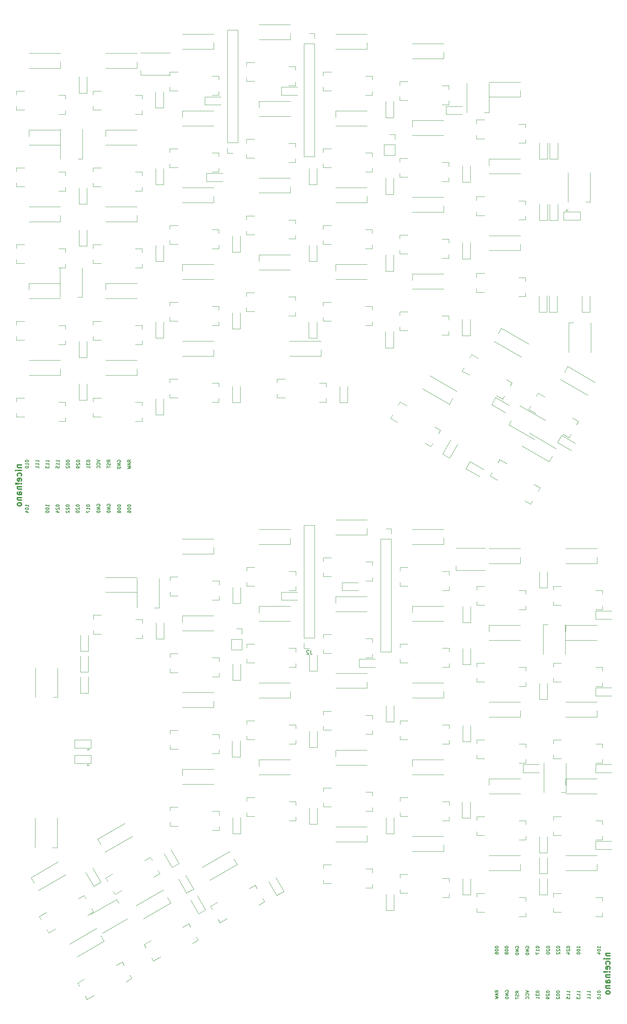
<source format=gbr>
%TF.GenerationSoftware,KiCad,Pcbnew,7.0.8*%
%TF.CreationDate,2024-02-17T13:20:42-05:00*%
%TF.ProjectId,ergothwack,6572676f-7468-4776-9163-6b2e6b696361,rev?*%
%TF.SameCoordinates,Original*%
%TF.FileFunction,Legend,Bot*%
%TF.FilePolarity,Positive*%
%FSLAX46Y46*%
G04 Gerber Fmt 4.6, Leading zero omitted, Abs format (unit mm)*
G04 Created by KiCad (PCBNEW 7.0.8) date 2024-02-17 13:20:42*
%MOMM*%
%LPD*%
G01*
G04 APERTURE LIST*
%ADD10C,0.150000*%
%ADD11C,0.300000*%
%ADD12C,0.120000*%
G04 APERTURE END LIST*
D10*
X156012295Y-244492810D02*
X156012295Y-244569000D01*
X156012295Y-244569000D02*
X156050390Y-244645191D01*
X156050390Y-244645191D02*
X156088485Y-244683286D01*
X156088485Y-244683286D02*
X156164676Y-244721381D01*
X156164676Y-244721381D02*
X156317057Y-244759476D01*
X156317057Y-244759476D02*
X156507533Y-244759476D01*
X156507533Y-244759476D02*
X156659914Y-244721381D01*
X156659914Y-244721381D02*
X156736104Y-244683286D01*
X156736104Y-244683286D02*
X156774200Y-244645191D01*
X156774200Y-244645191D02*
X156812295Y-244569000D01*
X156812295Y-244569000D02*
X156812295Y-244492810D01*
X156812295Y-244492810D02*
X156774200Y-244416619D01*
X156774200Y-244416619D02*
X156736104Y-244378524D01*
X156736104Y-244378524D02*
X156659914Y-244340429D01*
X156659914Y-244340429D02*
X156507533Y-244302333D01*
X156507533Y-244302333D02*
X156317057Y-244302333D01*
X156317057Y-244302333D02*
X156164676Y-244340429D01*
X156164676Y-244340429D02*
X156088485Y-244378524D01*
X156088485Y-244378524D02*
X156050390Y-244416619D01*
X156050390Y-244416619D02*
X156012295Y-244492810D01*
X156088485Y-245064238D02*
X156050390Y-245102334D01*
X156050390Y-245102334D02*
X156012295Y-245178524D01*
X156012295Y-245178524D02*
X156012295Y-245369000D01*
X156012295Y-245369000D02*
X156050390Y-245445191D01*
X156050390Y-245445191D02*
X156088485Y-245483286D01*
X156088485Y-245483286D02*
X156164676Y-245521381D01*
X156164676Y-245521381D02*
X156240866Y-245521381D01*
X156240866Y-245521381D02*
X156355152Y-245483286D01*
X156355152Y-245483286D02*
X156812295Y-245026143D01*
X156812295Y-245026143D02*
X156812295Y-245521381D01*
X156012295Y-246016620D02*
X156012295Y-246092810D01*
X156012295Y-246092810D02*
X156050390Y-246169001D01*
X156050390Y-246169001D02*
X156088485Y-246207096D01*
X156088485Y-246207096D02*
X156164676Y-246245191D01*
X156164676Y-246245191D02*
X156317057Y-246283286D01*
X156317057Y-246283286D02*
X156507533Y-246283286D01*
X156507533Y-246283286D02*
X156659914Y-246245191D01*
X156659914Y-246245191D02*
X156736104Y-246207096D01*
X156736104Y-246207096D02*
X156774200Y-246169001D01*
X156774200Y-246169001D02*
X156812295Y-246092810D01*
X156812295Y-246092810D02*
X156812295Y-246016620D01*
X156812295Y-246016620D02*
X156774200Y-245940429D01*
X156774200Y-245940429D02*
X156736104Y-245902334D01*
X156736104Y-245902334D02*
X156659914Y-245864239D01*
X156659914Y-245864239D02*
X156507533Y-245826143D01*
X156507533Y-245826143D02*
X156317057Y-245826143D01*
X156317057Y-245826143D02*
X156164676Y-245864239D01*
X156164676Y-245864239D02*
X156088485Y-245902334D01*
X156088485Y-245902334D02*
X156050390Y-245940429D01*
X156050390Y-245940429D02*
X156012295Y-246016620D01*
X161022295Y-244492810D02*
X161022295Y-244569000D01*
X161022295Y-244569000D02*
X161060390Y-244645191D01*
X161060390Y-244645191D02*
X161098485Y-244683286D01*
X161098485Y-244683286D02*
X161174676Y-244721381D01*
X161174676Y-244721381D02*
X161327057Y-244759476D01*
X161327057Y-244759476D02*
X161517533Y-244759476D01*
X161517533Y-244759476D02*
X161669914Y-244721381D01*
X161669914Y-244721381D02*
X161746104Y-244683286D01*
X161746104Y-244683286D02*
X161784200Y-244645191D01*
X161784200Y-244645191D02*
X161822295Y-244569000D01*
X161822295Y-244569000D02*
X161822295Y-244492810D01*
X161822295Y-244492810D02*
X161784200Y-244416619D01*
X161784200Y-244416619D02*
X161746104Y-244378524D01*
X161746104Y-244378524D02*
X161669914Y-244340429D01*
X161669914Y-244340429D02*
X161517533Y-244302333D01*
X161517533Y-244302333D02*
X161327057Y-244302333D01*
X161327057Y-244302333D02*
X161174676Y-244340429D01*
X161174676Y-244340429D02*
X161098485Y-244378524D01*
X161098485Y-244378524D02*
X161060390Y-244416619D01*
X161060390Y-244416619D02*
X161022295Y-244492810D01*
X161098485Y-245064238D02*
X161060390Y-245102334D01*
X161060390Y-245102334D02*
X161022295Y-245178524D01*
X161022295Y-245178524D02*
X161022295Y-245369000D01*
X161022295Y-245369000D02*
X161060390Y-245445191D01*
X161060390Y-245445191D02*
X161098485Y-245483286D01*
X161098485Y-245483286D02*
X161174676Y-245521381D01*
X161174676Y-245521381D02*
X161250866Y-245521381D01*
X161250866Y-245521381D02*
X161365152Y-245483286D01*
X161365152Y-245483286D02*
X161822295Y-245026143D01*
X161822295Y-245026143D02*
X161822295Y-245521381D01*
X161288961Y-246207096D02*
X161822295Y-246207096D01*
X160984200Y-246016620D02*
X161555628Y-245826143D01*
X161555628Y-245826143D02*
X161555628Y-246321382D01*
X150862295Y-255300524D02*
X151662295Y-255567191D01*
X151662295Y-255567191D02*
X150862295Y-255833857D01*
X151586104Y-256557667D02*
X151624200Y-256519571D01*
X151624200Y-256519571D02*
X151662295Y-256405286D01*
X151662295Y-256405286D02*
X151662295Y-256329095D01*
X151662295Y-256329095D02*
X151624200Y-256214809D01*
X151624200Y-256214809D02*
X151548009Y-256138619D01*
X151548009Y-256138619D02*
X151471819Y-256100524D01*
X151471819Y-256100524D02*
X151319438Y-256062428D01*
X151319438Y-256062428D02*
X151205152Y-256062428D01*
X151205152Y-256062428D02*
X151052771Y-256100524D01*
X151052771Y-256100524D02*
X150976580Y-256138619D01*
X150976580Y-256138619D02*
X150900390Y-256214809D01*
X150900390Y-256214809D02*
X150862295Y-256329095D01*
X150862295Y-256329095D02*
X150862295Y-256405286D01*
X150862295Y-256405286D02*
X150900390Y-256519571D01*
X150900390Y-256519571D02*
X150938485Y-256557667D01*
X151586104Y-257357667D02*
X151624200Y-257319571D01*
X151624200Y-257319571D02*
X151662295Y-257205286D01*
X151662295Y-257205286D02*
X151662295Y-257129095D01*
X151662295Y-257129095D02*
X151624200Y-257014809D01*
X151624200Y-257014809D02*
X151548009Y-256938619D01*
X151548009Y-256938619D02*
X151471819Y-256900524D01*
X151471819Y-256900524D02*
X151319438Y-256862428D01*
X151319438Y-256862428D02*
X151205152Y-256862428D01*
X151205152Y-256862428D02*
X151052771Y-256900524D01*
X151052771Y-256900524D02*
X150976580Y-256938619D01*
X150976580Y-256938619D02*
X150900390Y-257014809D01*
X150900390Y-257014809D02*
X150862295Y-257129095D01*
X150862295Y-257129095D02*
X150862295Y-257205286D01*
X150862295Y-257205286D02*
X150900390Y-257319571D01*
X150900390Y-257319571D02*
X150938485Y-257357667D01*
X145712295Y-244492810D02*
X145712295Y-244569000D01*
X145712295Y-244569000D02*
X145750390Y-244645191D01*
X145750390Y-244645191D02*
X145788485Y-244683286D01*
X145788485Y-244683286D02*
X145864676Y-244721381D01*
X145864676Y-244721381D02*
X146017057Y-244759476D01*
X146017057Y-244759476D02*
X146207533Y-244759476D01*
X146207533Y-244759476D02*
X146359914Y-244721381D01*
X146359914Y-244721381D02*
X146436104Y-244683286D01*
X146436104Y-244683286D02*
X146474200Y-244645191D01*
X146474200Y-244645191D02*
X146512295Y-244569000D01*
X146512295Y-244569000D02*
X146512295Y-244492810D01*
X146512295Y-244492810D02*
X146474200Y-244416619D01*
X146474200Y-244416619D02*
X146436104Y-244378524D01*
X146436104Y-244378524D02*
X146359914Y-244340429D01*
X146359914Y-244340429D02*
X146207533Y-244302333D01*
X146207533Y-244302333D02*
X146017057Y-244302333D01*
X146017057Y-244302333D02*
X145864676Y-244340429D01*
X145864676Y-244340429D02*
X145788485Y-244378524D01*
X145788485Y-244378524D02*
X145750390Y-244416619D01*
X145750390Y-244416619D02*
X145712295Y-244492810D01*
X145712295Y-245254715D02*
X145712295Y-245330905D01*
X145712295Y-245330905D02*
X145750390Y-245407096D01*
X145750390Y-245407096D02*
X145788485Y-245445191D01*
X145788485Y-245445191D02*
X145864676Y-245483286D01*
X145864676Y-245483286D02*
X146017057Y-245521381D01*
X146017057Y-245521381D02*
X146207533Y-245521381D01*
X146207533Y-245521381D02*
X146359914Y-245483286D01*
X146359914Y-245483286D02*
X146436104Y-245445191D01*
X146436104Y-245445191D02*
X146474200Y-245407096D01*
X146474200Y-245407096D02*
X146512295Y-245330905D01*
X146512295Y-245330905D02*
X146512295Y-245254715D01*
X146512295Y-245254715D02*
X146474200Y-245178524D01*
X146474200Y-245178524D02*
X146436104Y-245140429D01*
X146436104Y-245140429D02*
X146359914Y-245102334D01*
X146359914Y-245102334D02*
X146207533Y-245064238D01*
X146207533Y-245064238D02*
X146017057Y-245064238D01*
X146017057Y-245064238D02*
X145864676Y-245102334D01*
X145864676Y-245102334D02*
X145788485Y-245140429D01*
X145788485Y-245140429D02*
X145750390Y-245178524D01*
X145750390Y-245178524D02*
X145712295Y-245254715D01*
X146055152Y-245978524D02*
X146017057Y-245902334D01*
X146017057Y-245902334D02*
X145978961Y-245864239D01*
X145978961Y-245864239D02*
X145902771Y-245826143D01*
X145902771Y-245826143D02*
X145864676Y-245826143D01*
X145864676Y-245826143D02*
X145788485Y-245864239D01*
X145788485Y-245864239D02*
X145750390Y-245902334D01*
X145750390Y-245902334D02*
X145712295Y-245978524D01*
X145712295Y-245978524D02*
X145712295Y-246130905D01*
X145712295Y-246130905D02*
X145750390Y-246207096D01*
X145750390Y-246207096D02*
X145788485Y-246245191D01*
X145788485Y-246245191D02*
X145864676Y-246283286D01*
X145864676Y-246283286D02*
X145902771Y-246283286D01*
X145902771Y-246283286D02*
X145978961Y-246245191D01*
X145978961Y-246245191D02*
X146017057Y-246207096D01*
X146017057Y-246207096D02*
X146055152Y-246130905D01*
X146055152Y-246130905D02*
X146055152Y-245978524D01*
X146055152Y-245978524D02*
X146093247Y-245902334D01*
X146093247Y-245902334D02*
X146131342Y-245864239D01*
X146131342Y-245864239D02*
X146207533Y-245826143D01*
X146207533Y-245826143D02*
X146359914Y-245826143D01*
X146359914Y-245826143D02*
X146436104Y-245864239D01*
X146436104Y-245864239D02*
X146474200Y-245902334D01*
X146474200Y-245902334D02*
X146512295Y-245978524D01*
X146512295Y-245978524D02*
X146512295Y-246130905D01*
X146512295Y-246130905D02*
X146474200Y-246207096D01*
X146474200Y-246207096D02*
X146436104Y-246245191D01*
X146436104Y-246245191D02*
X146359914Y-246283286D01*
X146359914Y-246283286D02*
X146207533Y-246283286D01*
X146207533Y-246283286D02*
X146131342Y-246245191D01*
X146131342Y-246245191D02*
X146093247Y-246207096D01*
X146093247Y-246207096D02*
X146055152Y-246130905D01*
X143242295Y-244492810D02*
X143242295Y-244569000D01*
X143242295Y-244569000D02*
X143280390Y-244645191D01*
X143280390Y-244645191D02*
X143318485Y-244683286D01*
X143318485Y-244683286D02*
X143394676Y-244721381D01*
X143394676Y-244721381D02*
X143547057Y-244759476D01*
X143547057Y-244759476D02*
X143737533Y-244759476D01*
X143737533Y-244759476D02*
X143889914Y-244721381D01*
X143889914Y-244721381D02*
X143966104Y-244683286D01*
X143966104Y-244683286D02*
X144004200Y-244645191D01*
X144004200Y-244645191D02*
X144042295Y-244569000D01*
X144042295Y-244569000D02*
X144042295Y-244492810D01*
X144042295Y-244492810D02*
X144004200Y-244416619D01*
X144004200Y-244416619D02*
X143966104Y-244378524D01*
X143966104Y-244378524D02*
X143889914Y-244340429D01*
X143889914Y-244340429D02*
X143737533Y-244302333D01*
X143737533Y-244302333D02*
X143547057Y-244302333D01*
X143547057Y-244302333D02*
X143394676Y-244340429D01*
X143394676Y-244340429D02*
X143318485Y-244378524D01*
X143318485Y-244378524D02*
X143280390Y-244416619D01*
X143280390Y-244416619D02*
X143242295Y-244492810D01*
X143242295Y-245254715D02*
X143242295Y-245330905D01*
X143242295Y-245330905D02*
X143280390Y-245407096D01*
X143280390Y-245407096D02*
X143318485Y-245445191D01*
X143318485Y-245445191D02*
X143394676Y-245483286D01*
X143394676Y-245483286D02*
X143547057Y-245521381D01*
X143547057Y-245521381D02*
X143737533Y-245521381D01*
X143737533Y-245521381D02*
X143889914Y-245483286D01*
X143889914Y-245483286D02*
X143966104Y-245445191D01*
X143966104Y-245445191D02*
X144004200Y-245407096D01*
X144004200Y-245407096D02*
X144042295Y-245330905D01*
X144042295Y-245330905D02*
X144042295Y-245254715D01*
X144042295Y-245254715D02*
X144004200Y-245178524D01*
X144004200Y-245178524D02*
X143966104Y-245140429D01*
X143966104Y-245140429D02*
X143889914Y-245102334D01*
X143889914Y-245102334D02*
X143737533Y-245064238D01*
X143737533Y-245064238D02*
X143547057Y-245064238D01*
X143547057Y-245064238D02*
X143394676Y-245102334D01*
X143394676Y-245102334D02*
X143318485Y-245140429D01*
X143318485Y-245140429D02*
X143280390Y-245178524D01*
X143280390Y-245178524D02*
X143242295Y-245254715D01*
X143242295Y-246207096D02*
X143242295Y-246054715D01*
X143242295Y-246054715D02*
X143280390Y-245978524D01*
X143280390Y-245978524D02*
X143318485Y-245940429D01*
X143318485Y-245940429D02*
X143432771Y-245864239D01*
X143432771Y-245864239D02*
X143585152Y-245826143D01*
X143585152Y-245826143D02*
X143889914Y-245826143D01*
X143889914Y-245826143D02*
X143966104Y-245864239D01*
X143966104Y-245864239D02*
X144004200Y-245902334D01*
X144004200Y-245902334D02*
X144042295Y-245978524D01*
X144042295Y-245978524D02*
X144042295Y-246130905D01*
X144042295Y-246130905D02*
X144004200Y-246207096D01*
X144004200Y-246207096D02*
X143966104Y-246245191D01*
X143966104Y-246245191D02*
X143889914Y-246283286D01*
X143889914Y-246283286D02*
X143699438Y-246283286D01*
X143699438Y-246283286D02*
X143623247Y-246245191D01*
X143623247Y-246245191D02*
X143585152Y-246207096D01*
X143585152Y-246207096D02*
X143547057Y-246130905D01*
X143547057Y-246130905D02*
X143547057Y-245978524D01*
X143547057Y-245978524D02*
X143585152Y-245902334D01*
X143585152Y-245902334D02*
X143623247Y-245864239D01*
X143623247Y-245864239D02*
X143699438Y-245826143D01*
X158482295Y-255567191D02*
X158482295Y-255643381D01*
X158482295Y-255643381D02*
X158520390Y-255719572D01*
X158520390Y-255719572D02*
X158558485Y-255757667D01*
X158558485Y-255757667D02*
X158634676Y-255795762D01*
X158634676Y-255795762D02*
X158787057Y-255833857D01*
X158787057Y-255833857D02*
X158977533Y-255833857D01*
X158977533Y-255833857D02*
X159129914Y-255795762D01*
X159129914Y-255795762D02*
X159206104Y-255757667D01*
X159206104Y-255757667D02*
X159244200Y-255719572D01*
X159244200Y-255719572D02*
X159282295Y-255643381D01*
X159282295Y-255643381D02*
X159282295Y-255567191D01*
X159282295Y-255567191D02*
X159244200Y-255491000D01*
X159244200Y-255491000D02*
X159206104Y-255452905D01*
X159206104Y-255452905D02*
X159129914Y-255414810D01*
X159129914Y-255414810D02*
X158977533Y-255376714D01*
X158977533Y-255376714D02*
X158787057Y-255376714D01*
X158787057Y-255376714D02*
X158634676Y-255414810D01*
X158634676Y-255414810D02*
X158558485Y-255452905D01*
X158558485Y-255452905D02*
X158520390Y-255491000D01*
X158520390Y-255491000D02*
X158482295Y-255567191D01*
X158482295Y-256329096D02*
X158482295Y-256405286D01*
X158482295Y-256405286D02*
X158520390Y-256481477D01*
X158520390Y-256481477D02*
X158558485Y-256519572D01*
X158558485Y-256519572D02*
X158634676Y-256557667D01*
X158634676Y-256557667D02*
X158787057Y-256595762D01*
X158787057Y-256595762D02*
X158977533Y-256595762D01*
X158977533Y-256595762D02*
X159129914Y-256557667D01*
X159129914Y-256557667D02*
X159206104Y-256519572D01*
X159206104Y-256519572D02*
X159244200Y-256481477D01*
X159244200Y-256481477D02*
X159282295Y-256405286D01*
X159282295Y-256405286D02*
X159282295Y-256329096D01*
X159282295Y-256329096D02*
X159244200Y-256252905D01*
X159244200Y-256252905D02*
X159206104Y-256214810D01*
X159206104Y-256214810D02*
X159129914Y-256176715D01*
X159129914Y-256176715D02*
X158977533Y-256138619D01*
X158977533Y-256138619D02*
X158787057Y-256138619D01*
X158787057Y-256138619D02*
X158634676Y-256176715D01*
X158634676Y-256176715D02*
X158558485Y-256214810D01*
X158558485Y-256214810D02*
X158520390Y-256252905D01*
X158520390Y-256252905D02*
X158482295Y-256329096D01*
X158558485Y-256900524D02*
X158520390Y-256938620D01*
X158520390Y-256938620D02*
X158482295Y-257014810D01*
X158482295Y-257014810D02*
X158482295Y-257205286D01*
X158482295Y-257205286D02*
X158520390Y-257281477D01*
X158520390Y-257281477D02*
X158558485Y-257319572D01*
X158558485Y-257319572D02*
X158634676Y-257357667D01*
X158634676Y-257357667D02*
X158710866Y-257357667D01*
X158710866Y-257357667D02*
X158825152Y-257319572D01*
X158825152Y-257319572D02*
X159282295Y-256862429D01*
X159282295Y-256862429D02*
X159282295Y-257357667D01*
X149122295Y-255979905D02*
X148741342Y-255713238D01*
X149122295Y-255522762D02*
X148322295Y-255522762D01*
X148322295Y-255522762D02*
X148322295Y-255827524D01*
X148322295Y-255827524D02*
X148360390Y-255903714D01*
X148360390Y-255903714D02*
X148398485Y-255941809D01*
X148398485Y-255941809D02*
X148474676Y-255979905D01*
X148474676Y-255979905D02*
X148588961Y-255979905D01*
X148588961Y-255979905D02*
X148665152Y-255941809D01*
X148665152Y-255941809D02*
X148703247Y-255903714D01*
X148703247Y-255903714D02*
X148741342Y-255827524D01*
X148741342Y-255827524D02*
X148741342Y-255522762D01*
X149084200Y-256284666D02*
X149122295Y-256398952D01*
X149122295Y-256398952D02*
X149122295Y-256589428D01*
X149122295Y-256589428D02*
X149084200Y-256665619D01*
X149084200Y-256665619D02*
X149046104Y-256703714D01*
X149046104Y-256703714D02*
X148969914Y-256741809D01*
X148969914Y-256741809D02*
X148893723Y-256741809D01*
X148893723Y-256741809D02*
X148817533Y-256703714D01*
X148817533Y-256703714D02*
X148779438Y-256665619D01*
X148779438Y-256665619D02*
X148741342Y-256589428D01*
X148741342Y-256589428D02*
X148703247Y-256437047D01*
X148703247Y-256437047D02*
X148665152Y-256360857D01*
X148665152Y-256360857D02*
X148627057Y-256322762D01*
X148627057Y-256322762D02*
X148550866Y-256284666D01*
X148550866Y-256284666D02*
X148474676Y-256284666D01*
X148474676Y-256284666D02*
X148398485Y-256322762D01*
X148398485Y-256322762D02*
X148360390Y-256360857D01*
X148360390Y-256360857D02*
X148322295Y-256437047D01*
X148322295Y-256437047D02*
X148322295Y-256627524D01*
X148322295Y-256627524D02*
X148360390Y-256741809D01*
X148322295Y-256970381D02*
X148322295Y-257427524D01*
X149122295Y-257198952D02*
X148322295Y-257198952D01*
X153402295Y-255567191D02*
X153402295Y-255643381D01*
X153402295Y-255643381D02*
X153440390Y-255719572D01*
X153440390Y-255719572D02*
X153478485Y-255757667D01*
X153478485Y-255757667D02*
X153554676Y-255795762D01*
X153554676Y-255795762D02*
X153707057Y-255833857D01*
X153707057Y-255833857D02*
X153897533Y-255833857D01*
X153897533Y-255833857D02*
X154049914Y-255795762D01*
X154049914Y-255795762D02*
X154126104Y-255757667D01*
X154126104Y-255757667D02*
X154164200Y-255719572D01*
X154164200Y-255719572D02*
X154202295Y-255643381D01*
X154202295Y-255643381D02*
X154202295Y-255567191D01*
X154202295Y-255567191D02*
X154164200Y-255491000D01*
X154164200Y-255491000D02*
X154126104Y-255452905D01*
X154126104Y-255452905D02*
X154049914Y-255414810D01*
X154049914Y-255414810D02*
X153897533Y-255376714D01*
X153897533Y-255376714D02*
X153707057Y-255376714D01*
X153707057Y-255376714D02*
X153554676Y-255414810D01*
X153554676Y-255414810D02*
X153478485Y-255452905D01*
X153478485Y-255452905D02*
X153440390Y-255491000D01*
X153440390Y-255491000D02*
X153402295Y-255567191D01*
X153402295Y-256100524D02*
X153402295Y-256595762D01*
X153402295Y-256595762D02*
X153707057Y-256329096D01*
X153707057Y-256329096D02*
X153707057Y-256443381D01*
X153707057Y-256443381D02*
X153745152Y-256519572D01*
X153745152Y-256519572D02*
X153783247Y-256557667D01*
X153783247Y-256557667D02*
X153859438Y-256595762D01*
X153859438Y-256595762D02*
X154049914Y-256595762D01*
X154049914Y-256595762D02*
X154126104Y-256557667D01*
X154126104Y-256557667D02*
X154164200Y-256519572D01*
X154164200Y-256519572D02*
X154202295Y-256443381D01*
X154202295Y-256443381D02*
X154202295Y-256214810D01*
X154202295Y-256214810D02*
X154164200Y-256138619D01*
X154164200Y-256138619D02*
X154126104Y-256100524D01*
X154202295Y-257357667D02*
X154202295Y-256900524D01*
X154202295Y-257129096D02*
X153402295Y-257129096D01*
X153402295Y-257129096D02*
X153516580Y-257052905D01*
X153516580Y-257052905D02*
X153592771Y-256976715D01*
X153592771Y-256976715D02*
X153630866Y-256900524D01*
X145820390Y-255675143D02*
X145782295Y-255598953D01*
X145782295Y-255598953D02*
X145782295Y-255484667D01*
X145782295Y-255484667D02*
X145820390Y-255370381D01*
X145820390Y-255370381D02*
X145896580Y-255294191D01*
X145896580Y-255294191D02*
X145972771Y-255256096D01*
X145972771Y-255256096D02*
X146125152Y-255218000D01*
X146125152Y-255218000D02*
X146239438Y-255218000D01*
X146239438Y-255218000D02*
X146391819Y-255256096D01*
X146391819Y-255256096D02*
X146468009Y-255294191D01*
X146468009Y-255294191D02*
X146544200Y-255370381D01*
X146544200Y-255370381D02*
X146582295Y-255484667D01*
X146582295Y-255484667D02*
X146582295Y-255560858D01*
X146582295Y-255560858D02*
X146544200Y-255675143D01*
X146544200Y-255675143D02*
X146506104Y-255713239D01*
X146506104Y-255713239D02*
X146239438Y-255713239D01*
X146239438Y-255713239D02*
X146239438Y-255560858D01*
X146582295Y-256056096D02*
X145782295Y-256056096D01*
X145782295Y-256056096D02*
X146582295Y-256513239D01*
X146582295Y-256513239D02*
X145782295Y-256513239D01*
X146582295Y-256894191D02*
X145782295Y-256894191D01*
X145782295Y-256894191D02*
X145782295Y-257084667D01*
X145782295Y-257084667D02*
X145820390Y-257198953D01*
X145820390Y-257198953D02*
X145896580Y-257275143D01*
X145896580Y-257275143D02*
X145972771Y-257313238D01*
X145972771Y-257313238D02*
X146125152Y-257351334D01*
X146125152Y-257351334D02*
X146239438Y-257351334D01*
X146239438Y-257351334D02*
X146391819Y-257313238D01*
X146391819Y-257313238D02*
X146468009Y-257275143D01*
X146468009Y-257275143D02*
X146544200Y-257198953D01*
X146544200Y-257198953D02*
X146582295Y-257084667D01*
X146582295Y-257084667D02*
X146582295Y-256894191D01*
X166902295Y-255833857D02*
X166902295Y-255376714D01*
X166902295Y-255605286D02*
X166102295Y-255605286D01*
X166102295Y-255605286D02*
X166216580Y-255529095D01*
X166216580Y-255529095D02*
X166292771Y-255452905D01*
X166292771Y-255452905D02*
X166330866Y-255376714D01*
X166902295Y-256595762D02*
X166902295Y-256138619D01*
X166902295Y-256367191D02*
X166102295Y-256367191D01*
X166102295Y-256367191D02*
X166216580Y-256291000D01*
X166216580Y-256291000D02*
X166292771Y-256214810D01*
X166292771Y-256214810D02*
X166330866Y-256138619D01*
X166902295Y-257357667D02*
X166902295Y-256900524D01*
X166902295Y-257129096D02*
X166102295Y-257129096D01*
X166102295Y-257129096D02*
X166216580Y-257052905D01*
X166216580Y-257052905D02*
X166292771Y-256976715D01*
X166292771Y-256976715D02*
X166330866Y-256900524D01*
X150900390Y-244759476D02*
X150862295Y-244683286D01*
X150862295Y-244683286D02*
X150862295Y-244569000D01*
X150862295Y-244569000D02*
X150900390Y-244454714D01*
X150900390Y-244454714D02*
X150976580Y-244378524D01*
X150976580Y-244378524D02*
X151052771Y-244340429D01*
X151052771Y-244340429D02*
X151205152Y-244302333D01*
X151205152Y-244302333D02*
X151319438Y-244302333D01*
X151319438Y-244302333D02*
X151471819Y-244340429D01*
X151471819Y-244340429D02*
X151548009Y-244378524D01*
X151548009Y-244378524D02*
X151624200Y-244454714D01*
X151624200Y-244454714D02*
X151662295Y-244569000D01*
X151662295Y-244569000D02*
X151662295Y-244645191D01*
X151662295Y-244645191D02*
X151624200Y-244759476D01*
X151624200Y-244759476D02*
X151586104Y-244797572D01*
X151586104Y-244797572D02*
X151319438Y-244797572D01*
X151319438Y-244797572D02*
X151319438Y-244645191D01*
X151662295Y-245140429D02*
X150862295Y-245140429D01*
X150862295Y-245140429D02*
X151662295Y-245597572D01*
X151662295Y-245597572D02*
X150862295Y-245597572D01*
X151662295Y-245978524D02*
X150862295Y-245978524D01*
X150862295Y-245978524D02*
X150862295Y-246169000D01*
X150862295Y-246169000D02*
X150900390Y-246283286D01*
X150900390Y-246283286D02*
X150976580Y-246359476D01*
X150976580Y-246359476D02*
X151052771Y-246397571D01*
X151052771Y-246397571D02*
X151205152Y-246435667D01*
X151205152Y-246435667D02*
X151319438Y-246435667D01*
X151319438Y-246435667D02*
X151471819Y-246397571D01*
X151471819Y-246397571D02*
X151548009Y-246359476D01*
X151548009Y-246359476D02*
X151624200Y-246283286D01*
X151624200Y-246283286D02*
X151662295Y-246169000D01*
X151662295Y-246169000D02*
X151662295Y-245978524D01*
X169442295Y-244759476D02*
X169442295Y-244302333D01*
X169442295Y-244530905D02*
X168642295Y-244530905D01*
X168642295Y-244530905D02*
X168756580Y-244454714D01*
X168756580Y-244454714D02*
X168832771Y-244378524D01*
X168832771Y-244378524D02*
X168870866Y-244302333D01*
X168642295Y-245254715D02*
X168642295Y-245330905D01*
X168642295Y-245330905D02*
X168680390Y-245407096D01*
X168680390Y-245407096D02*
X168718485Y-245445191D01*
X168718485Y-245445191D02*
X168794676Y-245483286D01*
X168794676Y-245483286D02*
X168947057Y-245521381D01*
X168947057Y-245521381D02*
X169137533Y-245521381D01*
X169137533Y-245521381D02*
X169289914Y-245483286D01*
X169289914Y-245483286D02*
X169366104Y-245445191D01*
X169366104Y-245445191D02*
X169404200Y-245407096D01*
X169404200Y-245407096D02*
X169442295Y-245330905D01*
X169442295Y-245330905D02*
X169442295Y-245254715D01*
X169442295Y-245254715D02*
X169404200Y-245178524D01*
X169404200Y-245178524D02*
X169366104Y-245140429D01*
X169366104Y-245140429D02*
X169289914Y-245102334D01*
X169289914Y-245102334D02*
X169137533Y-245064238D01*
X169137533Y-245064238D02*
X168947057Y-245064238D01*
X168947057Y-245064238D02*
X168794676Y-245102334D01*
X168794676Y-245102334D02*
X168718485Y-245140429D01*
X168718485Y-245140429D02*
X168680390Y-245178524D01*
X168680390Y-245178524D02*
X168642295Y-245254715D01*
X168908961Y-246207096D02*
X169442295Y-246207096D01*
X168604200Y-246016620D02*
X169175628Y-245826143D01*
X169175628Y-245826143D02*
X169175628Y-246321382D01*
X161822295Y-255833857D02*
X161822295Y-255376714D01*
X161822295Y-255605286D02*
X161022295Y-255605286D01*
X161022295Y-255605286D02*
X161136580Y-255529095D01*
X161136580Y-255529095D02*
X161212771Y-255452905D01*
X161212771Y-255452905D02*
X161250866Y-255376714D01*
X161822295Y-256595762D02*
X161822295Y-256138619D01*
X161822295Y-256367191D02*
X161022295Y-256367191D01*
X161022295Y-256367191D02*
X161136580Y-256291000D01*
X161136580Y-256291000D02*
X161212771Y-256214810D01*
X161212771Y-256214810D02*
X161250866Y-256138619D01*
X161022295Y-257319572D02*
X161022295Y-256938620D01*
X161022295Y-256938620D02*
X161403247Y-256900524D01*
X161403247Y-256900524D02*
X161365152Y-256938620D01*
X161365152Y-256938620D02*
X161327057Y-257014810D01*
X161327057Y-257014810D02*
X161327057Y-257205286D01*
X161327057Y-257205286D02*
X161365152Y-257281477D01*
X161365152Y-257281477D02*
X161403247Y-257319572D01*
X161403247Y-257319572D02*
X161479438Y-257357667D01*
X161479438Y-257357667D02*
X161669914Y-257357667D01*
X161669914Y-257357667D02*
X161746104Y-257319572D01*
X161746104Y-257319572D02*
X161784200Y-257281477D01*
X161784200Y-257281477D02*
X161822295Y-257205286D01*
X161822295Y-257205286D02*
X161822295Y-257014810D01*
X161822295Y-257014810D02*
X161784200Y-256938620D01*
X161784200Y-256938620D02*
X161746104Y-256900524D01*
X158512295Y-244492810D02*
X158512295Y-244569000D01*
X158512295Y-244569000D02*
X158550390Y-244645191D01*
X158550390Y-244645191D02*
X158588485Y-244683286D01*
X158588485Y-244683286D02*
X158664676Y-244721381D01*
X158664676Y-244721381D02*
X158817057Y-244759476D01*
X158817057Y-244759476D02*
X159007533Y-244759476D01*
X159007533Y-244759476D02*
X159159914Y-244721381D01*
X159159914Y-244721381D02*
X159236104Y-244683286D01*
X159236104Y-244683286D02*
X159274200Y-244645191D01*
X159274200Y-244645191D02*
X159312295Y-244569000D01*
X159312295Y-244569000D02*
X159312295Y-244492810D01*
X159312295Y-244492810D02*
X159274200Y-244416619D01*
X159274200Y-244416619D02*
X159236104Y-244378524D01*
X159236104Y-244378524D02*
X159159914Y-244340429D01*
X159159914Y-244340429D02*
X159007533Y-244302333D01*
X159007533Y-244302333D02*
X158817057Y-244302333D01*
X158817057Y-244302333D02*
X158664676Y-244340429D01*
X158664676Y-244340429D02*
X158588485Y-244378524D01*
X158588485Y-244378524D02*
X158550390Y-244416619D01*
X158550390Y-244416619D02*
X158512295Y-244492810D01*
X158588485Y-245064238D02*
X158550390Y-245102334D01*
X158550390Y-245102334D02*
X158512295Y-245178524D01*
X158512295Y-245178524D02*
X158512295Y-245369000D01*
X158512295Y-245369000D02*
X158550390Y-245445191D01*
X158550390Y-245445191D02*
X158588485Y-245483286D01*
X158588485Y-245483286D02*
X158664676Y-245521381D01*
X158664676Y-245521381D02*
X158740866Y-245521381D01*
X158740866Y-245521381D02*
X158855152Y-245483286D01*
X158855152Y-245483286D02*
X159312295Y-245026143D01*
X159312295Y-245026143D02*
X159312295Y-245521381D01*
X158588485Y-245826143D02*
X158550390Y-245864239D01*
X158550390Y-245864239D02*
X158512295Y-245940429D01*
X158512295Y-245940429D02*
X158512295Y-246130905D01*
X158512295Y-246130905D02*
X158550390Y-246207096D01*
X158550390Y-246207096D02*
X158588485Y-246245191D01*
X158588485Y-246245191D02*
X158664676Y-246283286D01*
X158664676Y-246283286D02*
X158740866Y-246283286D01*
X158740866Y-246283286D02*
X158855152Y-246245191D01*
X158855152Y-246245191D02*
X159312295Y-245788048D01*
X159312295Y-245788048D02*
X159312295Y-246283286D01*
X144042295Y-255751334D02*
X143661342Y-255484667D01*
X144042295Y-255294191D02*
X143242295Y-255294191D01*
X143242295Y-255294191D02*
X143242295Y-255598953D01*
X143242295Y-255598953D02*
X143280390Y-255675143D01*
X143280390Y-255675143D02*
X143318485Y-255713238D01*
X143318485Y-255713238D02*
X143394676Y-255751334D01*
X143394676Y-255751334D02*
X143508961Y-255751334D01*
X143508961Y-255751334D02*
X143585152Y-255713238D01*
X143585152Y-255713238D02*
X143623247Y-255675143D01*
X143623247Y-255675143D02*
X143661342Y-255598953D01*
X143661342Y-255598953D02*
X143661342Y-255294191D01*
X143813723Y-256056095D02*
X143813723Y-256437048D01*
X144042295Y-255979905D02*
X143242295Y-256246572D01*
X143242295Y-256246572D02*
X144042295Y-256513238D01*
X143242295Y-256703714D02*
X144042295Y-256894190D01*
X144042295Y-256894190D02*
X143470866Y-257046571D01*
X143470866Y-257046571D02*
X144042295Y-257198952D01*
X144042295Y-257198952D02*
X143242295Y-257389429D01*
X153412295Y-244492810D02*
X153412295Y-244569000D01*
X153412295Y-244569000D02*
X153450390Y-244645191D01*
X153450390Y-244645191D02*
X153488485Y-244683286D01*
X153488485Y-244683286D02*
X153564676Y-244721381D01*
X153564676Y-244721381D02*
X153717057Y-244759476D01*
X153717057Y-244759476D02*
X153907533Y-244759476D01*
X153907533Y-244759476D02*
X154059914Y-244721381D01*
X154059914Y-244721381D02*
X154136104Y-244683286D01*
X154136104Y-244683286D02*
X154174200Y-244645191D01*
X154174200Y-244645191D02*
X154212295Y-244569000D01*
X154212295Y-244569000D02*
X154212295Y-244492810D01*
X154212295Y-244492810D02*
X154174200Y-244416619D01*
X154174200Y-244416619D02*
X154136104Y-244378524D01*
X154136104Y-244378524D02*
X154059914Y-244340429D01*
X154059914Y-244340429D02*
X153907533Y-244302333D01*
X153907533Y-244302333D02*
X153717057Y-244302333D01*
X153717057Y-244302333D02*
X153564676Y-244340429D01*
X153564676Y-244340429D02*
X153488485Y-244378524D01*
X153488485Y-244378524D02*
X153450390Y-244416619D01*
X153450390Y-244416619D02*
X153412295Y-244492810D01*
X154212295Y-245521381D02*
X154212295Y-245064238D01*
X154212295Y-245292810D02*
X153412295Y-245292810D01*
X153412295Y-245292810D02*
X153526580Y-245216619D01*
X153526580Y-245216619D02*
X153602771Y-245140429D01*
X153602771Y-245140429D02*
X153640866Y-245064238D01*
X153412295Y-245788048D02*
X153412295Y-246321382D01*
X153412295Y-246321382D02*
X154212295Y-245978524D01*
X164362295Y-244759476D02*
X164362295Y-244302333D01*
X164362295Y-244530905D02*
X163562295Y-244530905D01*
X163562295Y-244530905D02*
X163676580Y-244454714D01*
X163676580Y-244454714D02*
X163752771Y-244378524D01*
X163752771Y-244378524D02*
X163790866Y-244302333D01*
X163562295Y-245254715D02*
X163562295Y-245330905D01*
X163562295Y-245330905D02*
X163600390Y-245407096D01*
X163600390Y-245407096D02*
X163638485Y-245445191D01*
X163638485Y-245445191D02*
X163714676Y-245483286D01*
X163714676Y-245483286D02*
X163867057Y-245521381D01*
X163867057Y-245521381D02*
X164057533Y-245521381D01*
X164057533Y-245521381D02*
X164209914Y-245483286D01*
X164209914Y-245483286D02*
X164286104Y-245445191D01*
X164286104Y-245445191D02*
X164324200Y-245407096D01*
X164324200Y-245407096D02*
X164362295Y-245330905D01*
X164362295Y-245330905D02*
X164362295Y-245254715D01*
X164362295Y-245254715D02*
X164324200Y-245178524D01*
X164324200Y-245178524D02*
X164286104Y-245140429D01*
X164286104Y-245140429D02*
X164209914Y-245102334D01*
X164209914Y-245102334D02*
X164057533Y-245064238D01*
X164057533Y-245064238D02*
X163867057Y-245064238D01*
X163867057Y-245064238D02*
X163714676Y-245102334D01*
X163714676Y-245102334D02*
X163638485Y-245140429D01*
X163638485Y-245140429D02*
X163600390Y-245178524D01*
X163600390Y-245178524D02*
X163562295Y-245254715D01*
X163562295Y-246016620D02*
X163562295Y-246092810D01*
X163562295Y-246092810D02*
X163600390Y-246169001D01*
X163600390Y-246169001D02*
X163638485Y-246207096D01*
X163638485Y-246207096D02*
X163714676Y-246245191D01*
X163714676Y-246245191D02*
X163867057Y-246283286D01*
X163867057Y-246283286D02*
X164057533Y-246283286D01*
X164057533Y-246283286D02*
X164209914Y-246245191D01*
X164209914Y-246245191D02*
X164286104Y-246207096D01*
X164286104Y-246207096D02*
X164324200Y-246169001D01*
X164324200Y-246169001D02*
X164362295Y-246092810D01*
X164362295Y-246092810D02*
X164362295Y-246016620D01*
X164362295Y-246016620D02*
X164324200Y-245940429D01*
X164324200Y-245940429D02*
X164286104Y-245902334D01*
X164286104Y-245902334D02*
X164209914Y-245864239D01*
X164209914Y-245864239D02*
X164057533Y-245826143D01*
X164057533Y-245826143D02*
X163867057Y-245826143D01*
X163867057Y-245826143D02*
X163714676Y-245864239D01*
X163714676Y-245864239D02*
X163638485Y-245902334D01*
X163638485Y-245902334D02*
X163600390Y-245940429D01*
X163600390Y-245940429D02*
X163562295Y-246016620D01*
X155942295Y-255567191D02*
X155942295Y-255643381D01*
X155942295Y-255643381D02*
X155980390Y-255719572D01*
X155980390Y-255719572D02*
X156018485Y-255757667D01*
X156018485Y-255757667D02*
X156094676Y-255795762D01*
X156094676Y-255795762D02*
X156247057Y-255833857D01*
X156247057Y-255833857D02*
X156437533Y-255833857D01*
X156437533Y-255833857D02*
X156589914Y-255795762D01*
X156589914Y-255795762D02*
X156666104Y-255757667D01*
X156666104Y-255757667D02*
X156704200Y-255719572D01*
X156704200Y-255719572D02*
X156742295Y-255643381D01*
X156742295Y-255643381D02*
X156742295Y-255567191D01*
X156742295Y-255567191D02*
X156704200Y-255491000D01*
X156704200Y-255491000D02*
X156666104Y-255452905D01*
X156666104Y-255452905D02*
X156589914Y-255414810D01*
X156589914Y-255414810D02*
X156437533Y-255376714D01*
X156437533Y-255376714D02*
X156247057Y-255376714D01*
X156247057Y-255376714D02*
X156094676Y-255414810D01*
X156094676Y-255414810D02*
X156018485Y-255452905D01*
X156018485Y-255452905D02*
X155980390Y-255491000D01*
X155980390Y-255491000D02*
X155942295Y-255567191D01*
X156018485Y-256138619D02*
X155980390Y-256176715D01*
X155980390Y-256176715D02*
X155942295Y-256252905D01*
X155942295Y-256252905D02*
X155942295Y-256443381D01*
X155942295Y-256443381D02*
X155980390Y-256519572D01*
X155980390Y-256519572D02*
X156018485Y-256557667D01*
X156018485Y-256557667D02*
X156094676Y-256595762D01*
X156094676Y-256595762D02*
X156170866Y-256595762D01*
X156170866Y-256595762D02*
X156285152Y-256557667D01*
X156285152Y-256557667D02*
X156742295Y-256100524D01*
X156742295Y-256100524D02*
X156742295Y-256595762D01*
X156742295Y-256976715D02*
X156742295Y-257129096D01*
X156742295Y-257129096D02*
X156704200Y-257205286D01*
X156704200Y-257205286D02*
X156666104Y-257243382D01*
X156666104Y-257243382D02*
X156551819Y-257319572D01*
X156551819Y-257319572D02*
X156399438Y-257357667D01*
X156399438Y-257357667D02*
X156094676Y-257357667D01*
X156094676Y-257357667D02*
X156018485Y-257319572D01*
X156018485Y-257319572D02*
X155980390Y-257281477D01*
X155980390Y-257281477D02*
X155942295Y-257205286D01*
X155942295Y-257205286D02*
X155942295Y-257052905D01*
X155942295Y-257052905D02*
X155980390Y-256976715D01*
X155980390Y-256976715D02*
X156018485Y-256938620D01*
X156018485Y-256938620D02*
X156094676Y-256900524D01*
X156094676Y-256900524D02*
X156285152Y-256900524D01*
X156285152Y-256900524D02*
X156361342Y-256938620D01*
X156361342Y-256938620D02*
X156399438Y-256976715D01*
X156399438Y-256976715D02*
X156437533Y-257052905D01*
X156437533Y-257052905D02*
X156437533Y-257205286D01*
X156437533Y-257205286D02*
X156399438Y-257281477D01*
X156399438Y-257281477D02*
X156361342Y-257319572D01*
X156361342Y-257319572D02*
X156285152Y-257357667D01*
D11*
X170790328Y-246048285D02*
X171790328Y-246048285D01*
X170933185Y-246048285D02*
X170861757Y-246119714D01*
X170861757Y-246119714D02*
X170790328Y-246262571D01*
X170790328Y-246262571D02*
X170790328Y-246476857D01*
X170790328Y-246476857D02*
X170861757Y-246619714D01*
X170861757Y-246619714D02*
X171004614Y-246691143D01*
X171004614Y-246691143D02*
X171790328Y-246691143D01*
X171790328Y-247405428D02*
X170790328Y-247405428D01*
X170290328Y-247405428D02*
X170361757Y-247334000D01*
X170361757Y-247334000D02*
X170433185Y-247405428D01*
X170433185Y-247405428D02*
X170361757Y-247476857D01*
X170361757Y-247476857D02*
X170290328Y-247405428D01*
X170290328Y-247405428D02*
X170433185Y-247405428D01*
X171718900Y-248762572D02*
X171790328Y-248619714D01*
X171790328Y-248619714D02*
X171790328Y-248334000D01*
X171790328Y-248334000D02*
X171718900Y-248191143D01*
X171718900Y-248191143D02*
X171647471Y-248119714D01*
X171647471Y-248119714D02*
X171504614Y-248048286D01*
X171504614Y-248048286D02*
X171076042Y-248048286D01*
X171076042Y-248048286D02*
X170933185Y-248119714D01*
X170933185Y-248119714D02*
X170861757Y-248191143D01*
X170861757Y-248191143D02*
X170790328Y-248334000D01*
X170790328Y-248334000D02*
X170790328Y-248619714D01*
X170790328Y-248619714D02*
X170861757Y-248762572D01*
X171718900Y-249976857D02*
X171790328Y-249834000D01*
X171790328Y-249834000D02*
X171790328Y-249548286D01*
X171790328Y-249548286D02*
X171718900Y-249405428D01*
X171718900Y-249405428D02*
X171576042Y-249334000D01*
X171576042Y-249334000D02*
X171004614Y-249334000D01*
X171004614Y-249334000D02*
X170861757Y-249405428D01*
X170861757Y-249405428D02*
X170790328Y-249548286D01*
X170790328Y-249548286D02*
X170790328Y-249834000D01*
X170790328Y-249834000D02*
X170861757Y-249976857D01*
X170861757Y-249976857D02*
X171004614Y-250048286D01*
X171004614Y-250048286D02*
X171147471Y-250048286D01*
X171147471Y-250048286D02*
X171290328Y-249334000D01*
X171647471Y-250691142D02*
X171718900Y-250762571D01*
X171718900Y-250762571D02*
X171790328Y-250691142D01*
X171790328Y-250691142D02*
X171718900Y-250619714D01*
X171718900Y-250619714D02*
X171647471Y-250691142D01*
X171647471Y-250691142D02*
X171790328Y-250691142D01*
X171218900Y-250691142D02*
X170361757Y-250619714D01*
X170361757Y-250619714D02*
X170290328Y-250691142D01*
X170290328Y-250691142D02*
X170361757Y-250762571D01*
X170361757Y-250762571D02*
X171218900Y-250691142D01*
X171218900Y-250691142D02*
X170290328Y-250691142D01*
X170790328Y-251405428D02*
X171790328Y-251405428D01*
X170933185Y-251405428D02*
X170861757Y-251476857D01*
X170861757Y-251476857D02*
X170790328Y-251619714D01*
X170790328Y-251619714D02*
X170790328Y-251834000D01*
X170790328Y-251834000D02*
X170861757Y-251976857D01*
X170861757Y-251976857D02*
X171004614Y-252048286D01*
X171004614Y-252048286D02*
X171790328Y-252048286D01*
X171790328Y-253405429D02*
X171004614Y-253405429D01*
X171004614Y-253405429D02*
X170861757Y-253334000D01*
X170861757Y-253334000D02*
X170790328Y-253191143D01*
X170790328Y-253191143D02*
X170790328Y-252905429D01*
X170790328Y-252905429D02*
X170861757Y-252762571D01*
X171718900Y-253405429D02*
X171790328Y-253262571D01*
X171790328Y-253262571D02*
X171790328Y-252905429D01*
X171790328Y-252905429D02*
X171718900Y-252762571D01*
X171718900Y-252762571D02*
X171576042Y-252691143D01*
X171576042Y-252691143D02*
X171433185Y-252691143D01*
X171433185Y-252691143D02*
X171290328Y-252762571D01*
X171290328Y-252762571D02*
X171218900Y-252905429D01*
X171218900Y-252905429D02*
X171218900Y-253262571D01*
X171218900Y-253262571D02*
X171147471Y-253405429D01*
X170790328Y-254119714D02*
X171790328Y-254119714D01*
X170933185Y-254119714D02*
X170861757Y-254191143D01*
X170861757Y-254191143D02*
X170790328Y-254334000D01*
X170790328Y-254334000D02*
X170790328Y-254548286D01*
X170790328Y-254548286D02*
X170861757Y-254691143D01*
X170861757Y-254691143D02*
X171004614Y-254762572D01*
X171004614Y-254762572D02*
X171790328Y-254762572D01*
X171790328Y-255691143D02*
X171718900Y-255548286D01*
X171718900Y-255548286D02*
X171647471Y-255476857D01*
X171647471Y-255476857D02*
X171504614Y-255405429D01*
X171504614Y-255405429D02*
X171076042Y-255405429D01*
X171076042Y-255405429D02*
X170933185Y-255476857D01*
X170933185Y-255476857D02*
X170861757Y-255548286D01*
X170861757Y-255548286D02*
X170790328Y-255691143D01*
X170790328Y-255691143D02*
X170790328Y-255905429D01*
X170790328Y-255905429D02*
X170861757Y-256048286D01*
X170861757Y-256048286D02*
X170933185Y-256119715D01*
X170933185Y-256119715D02*
X171076042Y-256191143D01*
X171076042Y-256191143D02*
X171504614Y-256191143D01*
X171504614Y-256191143D02*
X171647471Y-256119715D01*
X171647471Y-256119715D02*
X171718900Y-256048286D01*
X171718900Y-256048286D02*
X171790328Y-255905429D01*
X171790328Y-255905429D02*
X171790328Y-255691143D01*
D10*
X164362295Y-255833857D02*
X164362295Y-255376714D01*
X164362295Y-255605286D02*
X163562295Y-255605286D01*
X163562295Y-255605286D02*
X163676580Y-255529095D01*
X163676580Y-255529095D02*
X163752771Y-255452905D01*
X163752771Y-255452905D02*
X163790866Y-255376714D01*
X164362295Y-256595762D02*
X164362295Y-256138619D01*
X164362295Y-256367191D02*
X163562295Y-256367191D01*
X163562295Y-256367191D02*
X163676580Y-256291000D01*
X163676580Y-256291000D02*
X163752771Y-256214810D01*
X163752771Y-256214810D02*
X163790866Y-256138619D01*
X163562295Y-256862429D02*
X163562295Y-257357667D01*
X163562295Y-257357667D02*
X163867057Y-257091001D01*
X163867057Y-257091001D02*
X163867057Y-257205286D01*
X163867057Y-257205286D02*
X163905152Y-257281477D01*
X163905152Y-257281477D02*
X163943247Y-257319572D01*
X163943247Y-257319572D02*
X164019438Y-257357667D01*
X164019438Y-257357667D02*
X164209914Y-257357667D01*
X164209914Y-257357667D02*
X164286104Y-257319572D01*
X164286104Y-257319572D02*
X164324200Y-257281477D01*
X164324200Y-257281477D02*
X164362295Y-257205286D01*
X164362295Y-257205286D02*
X164362295Y-256976715D01*
X164362295Y-256976715D02*
X164324200Y-256900524D01*
X164324200Y-256900524D02*
X164286104Y-256862429D01*
X148360390Y-244759476D02*
X148322295Y-244683286D01*
X148322295Y-244683286D02*
X148322295Y-244569000D01*
X148322295Y-244569000D02*
X148360390Y-244454714D01*
X148360390Y-244454714D02*
X148436580Y-244378524D01*
X148436580Y-244378524D02*
X148512771Y-244340429D01*
X148512771Y-244340429D02*
X148665152Y-244302333D01*
X148665152Y-244302333D02*
X148779438Y-244302333D01*
X148779438Y-244302333D02*
X148931819Y-244340429D01*
X148931819Y-244340429D02*
X149008009Y-244378524D01*
X149008009Y-244378524D02*
X149084200Y-244454714D01*
X149084200Y-244454714D02*
X149122295Y-244569000D01*
X149122295Y-244569000D02*
X149122295Y-244645191D01*
X149122295Y-244645191D02*
X149084200Y-244759476D01*
X149084200Y-244759476D02*
X149046104Y-244797572D01*
X149046104Y-244797572D02*
X148779438Y-244797572D01*
X148779438Y-244797572D02*
X148779438Y-244645191D01*
X149122295Y-245140429D02*
X148322295Y-245140429D01*
X148322295Y-245140429D02*
X149122295Y-245597572D01*
X149122295Y-245597572D02*
X148322295Y-245597572D01*
X149122295Y-245978524D02*
X148322295Y-245978524D01*
X148322295Y-245978524D02*
X148322295Y-246169000D01*
X148322295Y-246169000D02*
X148360390Y-246283286D01*
X148360390Y-246283286D02*
X148436580Y-246359476D01*
X148436580Y-246359476D02*
X148512771Y-246397571D01*
X148512771Y-246397571D02*
X148665152Y-246435667D01*
X148665152Y-246435667D02*
X148779438Y-246435667D01*
X148779438Y-246435667D02*
X148931819Y-246397571D01*
X148931819Y-246397571D02*
X149008009Y-246359476D01*
X149008009Y-246359476D02*
X149084200Y-246283286D01*
X149084200Y-246283286D02*
X149122295Y-246169000D01*
X149122295Y-246169000D02*
X149122295Y-245978524D01*
X168642295Y-255567191D02*
X168642295Y-255643381D01*
X168642295Y-255643381D02*
X168680390Y-255719572D01*
X168680390Y-255719572D02*
X168718485Y-255757667D01*
X168718485Y-255757667D02*
X168794676Y-255795762D01*
X168794676Y-255795762D02*
X168947057Y-255833857D01*
X168947057Y-255833857D02*
X169137533Y-255833857D01*
X169137533Y-255833857D02*
X169289914Y-255795762D01*
X169289914Y-255795762D02*
X169366104Y-255757667D01*
X169366104Y-255757667D02*
X169404200Y-255719572D01*
X169404200Y-255719572D02*
X169442295Y-255643381D01*
X169442295Y-255643381D02*
X169442295Y-255567191D01*
X169442295Y-255567191D02*
X169404200Y-255491000D01*
X169404200Y-255491000D02*
X169366104Y-255452905D01*
X169366104Y-255452905D02*
X169289914Y-255414810D01*
X169289914Y-255414810D02*
X169137533Y-255376714D01*
X169137533Y-255376714D02*
X168947057Y-255376714D01*
X168947057Y-255376714D02*
X168794676Y-255414810D01*
X168794676Y-255414810D02*
X168718485Y-255452905D01*
X168718485Y-255452905D02*
X168680390Y-255491000D01*
X168680390Y-255491000D02*
X168642295Y-255567191D01*
X169442295Y-256595762D02*
X169442295Y-256138619D01*
X169442295Y-256367191D02*
X168642295Y-256367191D01*
X168642295Y-256367191D02*
X168756580Y-256291000D01*
X168756580Y-256291000D02*
X168832771Y-256214810D01*
X168832771Y-256214810D02*
X168870866Y-256138619D01*
X168642295Y-257091001D02*
X168642295Y-257167191D01*
X168642295Y-257167191D02*
X168680390Y-257243382D01*
X168680390Y-257243382D02*
X168718485Y-257281477D01*
X168718485Y-257281477D02*
X168794676Y-257319572D01*
X168794676Y-257319572D02*
X168947057Y-257357667D01*
X168947057Y-257357667D02*
X169137533Y-257357667D01*
X169137533Y-257357667D02*
X169289914Y-257319572D01*
X169289914Y-257319572D02*
X169366104Y-257281477D01*
X169366104Y-257281477D02*
X169404200Y-257243382D01*
X169404200Y-257243382D02*
X169442295Y-257167191D01*
X169442295Y-257167191D02*
X169442295Y-257091001D01*
X169442295Y-257091001D02*
X169404200Y-257014810D01*
X169404200Y-257014810D02*
X169366104Y-256976715D01*
X169366104Y-256976715D02*
X169289914Y-256938620D01*
X169289914Y-256938620D02*
X169137533Y-256900524D01*
X169137533Y-256900524D02*
X168947057Y-256900524D01*
X168947057Y-256900524D02*
X168794676Y-256938620D01*
X168794676Y-256938620D02*
X168718485Y-256976715D01*
X168718485Y-256976715D02*
X168680390Y-257014810D01*
X168680390Y-257014810D02*
X168642295Y-257091001D01*
X26519292Y-123828437D02*
X26519292Y-123904627D01*
X26519292Y-123904627D02*
X26557387Y-123980818D01*
X26557387Y-123980818D02*
X26595482Y-124018913D01*
X26595482Y-124018913D02*
X26671673Y-124057008D01*
X26671673Y-124057008D02*
X26824054Y-124095103D01*
X26824054Y-124095103D02*
X27014530Y-124095103D01*
X27014530Y-124095103D02*
X27166911Y-124057008D01*
X27166911Y-124057008D02*
X27243101Y-124018913D01*
X27243101Y-124018913D02*
X27281197Y-123980818D01*
X27281197Y-123980818D02*
X27319292Y-123904627D01*
X27319292Y-123904627D02*
X27319292Y-123828437D01*
X27319292Y-123828437D02*
X27281197Y-123752246D01*
X27281197Y-123752246D02*
X27243101Y-123714151D01*
X27243101Y-123714151D02*
X27166911Y-123676056D01*
X27166911Y-123676056D02*
X27014530Y-123637960D01*
X27014530Y-123637960D02*
X26824054Y-123637960D01*
X26824054Y-123637960D02*
X26671673Y-123676056D01*
X26671673Y-123676056D02*
X26595482Y-123714151D01*
X26595482Y-123714151D02*
X26557387Y-123752246D01*
X26557387Y-123752246D02*
X26519292Y-123828437D01*
X27319292Y-124857008D02*
X27319292Y-124399865D01*
X27319292Y-124628437D02*
X26519292Y-124628437D01*
X26519292Y-124628437D02*
X26633577Y-124552246D01*
X26633577Y-124552246D02*
X26709768Y-124476056D01*
X26709768Y-124476056D02*
X26747863Y-124399865D01*
X26519292Y-125352247D02*
X26519292Y-125428437D01*
X26519292Y-125428437D02*
X26557387Y-125504628D01*
X26557387Y-125504628D02*
X26595482Y-125542723D01*
X26595482Y-125542723D02*
X26671673Y-125580818D01*
X26671673Y-125580818D02*
X26824054Y-125618913D01*
X26824054Y-125618913D02*
X27014530Y-125618913D01*
X27014530Y-125618913D02*
X27166911Y-125580818D01*
X27166911Y-125580818D02*
X27243101Y-125542723D01*
X27243101Y-125542723D02*
X27281197Y-125504628D01*
X27281197Y-125504628D02*
X27319292Y-125428437D01*
X27319292Y-125428437D02*
X27319292Y-125352247D01*
X27319292Y-125352247D02*
X27281197Y-125276056D01*
X27281197Y-125276056D02*
X27243101Y-125237961D01*
X27243101Y-125237961D02*
X27166911Y-125199866D01*
X27166911Y-125199866D02*
X27014530Y-125161770D01*
X27014530Y-125161770D02*
X26824054Y-125161770D01*
X26824054Y-125161770D02*
X26671673Y-125199866D01*
X26671673Y-125199866D02*
X26595482Y-125237961D01*
X26595482Y-125237961D02*
X26557387Y-125276056D01*
X26557387Y-125276056D02*
X26519292Y-125352247D01*
X46877387Y-135017104D02*
X46839292Y-134940914D01*
X46839292Y-134940914D02*
X46839292Y-134826628D01*
X46839292Y-134826628D02*
X46877387Y-134712342D01*
X46877387Y-134712342D02*
X46953577Y-134636152D01*
X46953577Y-134636152D02*
X47029768Y-134598057D01*
X47029768Y-134598057D02*
X47182149Y-134559961D01*
X47182149Y-134559961D02*
X47296435Y-134559961D01*
X47296435Y-134559961D02*
X47448816Y-134598057D01*
X47448816Y-134598057D02*
X47525006Y-134636152D01*
X47525006Y-134636152D02*
X47601197Y-134712342D01*
X47601197Y-134712342D02*
X47639292Y-134826628D01*
X47639292Y-134826628D02*
X47639292Y-134902819D01*
X47639292Y-134902819D02*
X47601197Y-135017104D01*
X47601197Y-135017104D02*
X47563101Y-135055200D01*
X47563101Y-135055200D02*
X47296435Y-135055200D01*
X47296435Y-135055200D02*
X47296435Y-134902819D01*
X47639292Y-135398057D02*
X46839292Y-135398057D01*
X46839292Y-135398057D02*
X47639292Y-135855200D01*
X47639292Y-135855200D02*
X46839292Y-135855200D01*
X47639292Y-136236152D02*
X46839292Y-136236152D01*
X46839292Y-136236152D02*
X46839292Y-136426628D01*
X46839292Y-136426628D02*
X46877387Y-136540914D01*
X46877387Y-136540914D02*
X46953577Y-136617104D01*
X46953577Y-136617104D02*
X47029768Y-136655199D01*
X47029768Y-136655199D02*
X47182149Y-136693295D01*
X47182149Y-136693295D02*
X47296435Y-136693295D01*
X47296435Y-136693295D02*
X47448816Y-136655199D01*
X47448816Y-136655199D02*
X47525006Y-136617104D01*
X47525006Y-136617104D02*
X47601197Y-136540914D01*
X47601197Y-136540914D02*
X47639292Y-136426628D01*
X47639292Y-136426628D02*
X47639292Y-136236152D01*
X32399292Y-124095103D02*
X32399292Y-123637960D01*
X32399292Y-123866532D02*
X31599292Y-123866532D01*
X31599292Y-123866532D02*
X31713577Y-123790341D01*
X31713577Y-123790341D02*
X31789768Y-123714151D01*
X31789768Y-123714151D02*
X31827863Y-123637960D01*
X32399292Y-124857008D02*
X32399292Y-124399865D01*
X32399292Y-124628437D02*
X31599292Y-124628437D01*
X31599292Y-124628437D02*
X31713577Y-124552246D01*
X31713577Y-124552246D02*
X31789768Y-124476056D01*
X31789768Y-124476056D02*
X31827863Y-124399865D01*
X31599292Y-125123675D02*
X31599292Y-125618913D01*
X31599292Y-125618913D02*
X31904054Y-125352247D01*
X31904054Y-125352247D02*
X31904054Y-125466532D01*
X31904054Y-125466532D02*
X31942149Y-125542723D01*
X31942149Y-125542723D02*
X31980244Y-125580818D01*
X31980244Y-125580818D02*
X32056435Y-125618913D01*
X32056435Y-125618913D02*
X32246911Y-125618913D01*
X32246911Y-125618913D02*
X32323101Y-125580818D01*
X32323101Y-125580818D02*
X32361197Y-125542723D01*
X32361197Y-125542723D02*
X32399292Y-125466532D01*
X32399292Y-125466532D02*
X32399292Y-125237961D01*
X32399292Y-125237961D02*
X32361197Y-125161770D01*
X32361197Y-125161770D02*
X32323101Y-125123675D01*
D11*
X24603325Y-124875913D02*
X25603325Y-124875913D01*
X24746182Y-124875913D02*
X24674754Y-124947342D01*
X24674754Y-124947342D02*
X24603325Y-125090199D01*
X24603325Y-125090199D02*
X24603325Y-125304485D01*
X24603325Y-125304485D02*
X24674754Y-125447342D01*
X24674754Y-125447342D02*
X24817611Y-125518771D01*
X24817611Y-125518771D02*
X25603325Y-125518771D01*
X25603325Y-126233056D02*
X24603325Y-126233056D01*
X24103325Y-126233056D02*
X24174754Y-126161628D01*
X24174754Y-126161628D02*
X24246182Y-126233056D01*
X24246182Y-126233056D02*
X24174754Y-126304485D01*
X24174754Y-126304485D02*
X24103325Y-126233056D01*
X24103325Y-126233056D02*
X24246182Y-126233056D01*
X25531897Y-127590200D02*
X25603325Y-127447342D01*
X25603325Y-127447342D02*
X25603325Y-127161628D01*
X25603325Y-127161628D02*
X25531897Y-127018771D01*
X25531897Y-127018771D02*
X25460468Y-126947342D01*
X25460468Y-126947342D02*
X25317611Y-126875914D01*
X25317611Y-126875914D02*
X24889039Y-126875914D01*
X24889039Y-126875914D02*
X24746182Y-126947342D01*
X24746182Y-126947342D02*
X24674754Y-127018771D01*
X24674754Y-127018771D02*
X24603325Y-127161628D01*
X24603325Y-127161628D02*
X24603325Y-127447342D01*
X24603325Y-127447342D02*
X24674754Y-127590200D01*
X25531897Y-128804485D02*
X25603325Y-128661628D01*
X25603325Y-128661628D02*
X25603325Y-128375914D01*
X25603325Y-128375914D02*
X25531897Y-128233056D01*
X25531897Y-128233056D02*
X25389039Y-128161628D01*
X25389039Y-128161628D02*
X24817611Y-128161628D01*
X24817611Y-128161628D02*
X24674754Y-128233056D01*
X24674754Y-128233056D02*
X24603325Y-128375914D01*
X24603325Y-128375914D02*
X24603325Y-128661628D01*
X24603325Y-128661628D02*
X24674754Y-128804485D01*
X24674754Y-128804485D02*
X24817611Y-128875914D01*
X24817611Y-128875914D02*
X24960468Y-128875914D01*
X24960468Y-128875914D02*
X25103325Y-128161628D01*
X25460468Y-129518770D02*
X25531897Y-129590199D01*
X25531897Y-129590199D02*
X25603325Y-129518770D01*
X25603325Y-129518770D02*
X25531897Y-129447342D01*
X25531897Y-129447342D02*
X25460468Y-129518770D01*
X25460468Y-129518770D02*
X25603325Y-129518770D01*
X25031897Y-129518770D02*
X24174754Y-129447342D01*
X24174754Y-129447342D02*
X24103325Y-129518770D01*
X24103325Y-129518770D02*
X24174754Y-129590199D01*
X24174754Y-129590199D02*
X25031897Y-129518770D01*
X25031897Y-129518770D02*
X24103325Y-129518770D01*
X24603325Y-130233056D02*
X25603325Y-130233056D01*
X24746182Y-130233056D02*
X24674754Y-130304485D01*
X24674754Y-130304485D02*
X24603325Y-130447342D01*
X24603325Y-130447342D02*
X24603325Y-130661628D01*
X24603325Y-130661628D02*
X24674754Y-130804485D01*
X24674754Y-130804485D02*
X24817611Y-130875914D01*
X24817611Y-130875914D02*
X25603325Y-130875914D01*
X25603325Y-132233057D02*
X24817611Y-132233057D01*
X24817611Y-132233057D02*
X24674754Y-132161628D01*
X24674754Y-132161628D02*
X24603325Y-132018771D01*
X24603325Y-132018771D02*
X24603325Y-131733057D01*
X24603325Y-131733057D02*
X24674754Y-131590199D01*
X25531897Y-132233057D02*
X25603325Y-132090199D01*
X25603325Y-132090199D02*
X25603325Y-131733057D01*
X25603325Y-131733057D02*
X25531897Y-131590199D01*
X25531897Y-131590199D02*
X25389039Y-131518771D01*
X25389039Y-131518771D02*
X25246182Y-131518771D01*
X25246182Y-131518771D02*
X25103325Y-131590199D01*
X25103325Y-131590199D02*
X25031897Y-131733057D01*
X25031897Y-131733057D02*
X25031897Y-132090199D01*
X25031897Y-132090199D02*
X24960468Y-132233057D01*
X24603325Y-132947342D02*
X25603325Y-132947342D01*
X24746182Y-132947342D02*
X24674754Y-133018771D01*
X24674754Y-133018771D02*
X24603325Y-133161628D01*
X24603325Y-133161628D02*
X24603325Y-133375914D01*
X24603325Y-133375914D02*
X24674754Y-133518771D01*
X24674754Y-133518771D02*
X24817611Y-133590200D01*
X24817611Y-133590200D02*
X25603325Y-133590200D01*
X25603325Y-134518771D02*
X25531897Y-134375914D01*
X25531897Y-134375914D02*
X25460468Y-134304485D01*
X25460468Y-134304485D02*
X25317611Y-134233057D01*
X25317611Y-134233057D02*
X24889039Y-134233057D01*
X24889039Y-134233057D02*
X24746182Y-134304485D01*
X24746182Y-134304485D02*
X24674754Y-134375914D01*
X24674754Y-134375914D02*
X24603325Y-134518771D01*
X24603325Y-134518771D02*
X24603325Y-134733057D01*
X24603325Y-134733057D02*
X24674754Y-134875914D01*
X24674754Y-134875914D02*
X24746182Y-134947343D01*
X24746182Y-134947343D02*
X24889039Y-135018771D01*
X24889039Y-135018771D02*
X25317611Y-135018771D01*
X25317611Y-135018771D02*
X25460468Y-134947343D01*
X25460468Y-134947343D02*
X25531897Y-134875914D01*
X25531897Y-134875914D02*
X25603325Y-134733057D01*
X25603325Y-134733057D02*
X25603325Y-134518771D01*
D10*
X39219292Y-123828437D02*
X39219292Y-123904627D01*
X39219292Y-123904627D02*
X39257387Y-123980818D01*
X39257387Y-123980818D02*
X39295482Y-124018913D01*
X39295482Y-124018913D02*
X39371673Y-124057008D01*
X39371673Y-124057008D02*
X39524054Y-124095103D01*
X39524054Y-124095103D02*
X39714530Y-124095103D01*
X39714530Y-124095103D02*
X39866911Y-124057008D01*
X39866911Y-124057008D02*
X39943101Y-124018913D01*
X39943101Y-124018913D02*
X39981197Y-123980818D01*
X39981197Y-123980818D02*
X40019292Y-123904627D01*
X40019292Y-123904627D02*
X40019292Y-123828437D01*
X40019292Y-123828437D02*
X39981197Y-123752246D01*
X39981197Y-123752246D02*
X39943101Y-123714151D01*
X39943101Y-123714151D02*
X39866911Y-123676056D01*
X39866911Y-123676056D02*
X39714530Y-123637960D01*
X39714530Y-123637960D02*
X39524054Y-123637960D01*
X39524054Y-123637960D02*
X39371673Y-123676056D01*
X39371673Y-123676056D02*
X39295482Y-123714151D01*
X39295482Y-123714151D02*
X39257387Y-123752246D01*
X39257387Y-123752246D02*
X39219292Y-123828437D01*
X39295482Y-124399865D02*
X39257387Y-124437961D01*
X39257387Y-124437961D02*
X39219292Y-124514151D01*
X39219292Y-124514151D02*
X39219292Y-124704627D01*
X39219292Y-124704627D02*
X39257387Y-124780818D01*
X39257387Y-124780818D02*
X39295482Y-124818913D01*
X39295482Y-124818913D02*
X39371673Y-124857008D01*
X39371673Y-124857008D02*
X39447863Y-124857008D01*
X39447863Y-124857008D02*
X39562149Y-124818913D01*
X39562149Y-124818913D02*
X40019292Y-124361770D01*
X40019292Y-124361770D02*
X40019292Y-124857008D01*
X40019292Y-125237961D02*
X40019292Y-125390342D01*
X40019292Y-125390342D02*
X39981197Y-125466532D01*
X39981197Y-125466532D02*
X39943101Y-125504628D01*
X39943101Y-125504628D02*
X39828816Y-125580818D01*
X39828816Y-125580818D02*
X39676435Y-125618913D01*
X39676435Y-125618913D02*
X39371673Y-125618913D01*
X39371673Y-125618913D02*
X39295482Y-125580818D01*
X39295482Y-125580818D02*
X39257387Y-125542723D01*
X39257387Y-125542723D02*
X39219292Y-125466532D01*
X39219292Y-125466532D02*
X39219292Y-125314151D01*
X39219292Y-125314151D02*
X39257387Y-125237961D01*
X39257387Y-125237961D02*
X39295482Y-125199866D01*
X39295482Y-125199866D02*
X39371673Y-125161770D01*
X39371673Y-125161770D02*
X39562149Y-125161770D01*
X39562149Y-125161770D02*
X39638339Y-125199866D01*
X39638339Y-125199866D02*
X39676435Y-125237961D01*
X39676435Y-125237961D02*
X39714530Y-125314151D01*
X39714530Y-125314151D02*
X39714530Y-125466532D01*
X39714530Y-125466532D02*
X39676435Y-125542723D01*
X39676435Y-125542723D02*
X39638339Y-125580818D01*
X39638339Y-125580818D02*
X39562149Y-125618913D01*
X32399292Y-135169484D02*
X32399292Y-134712341D01*
X32399292Y-134940913D02*
X31599292Y-134940913D01*
X31599292Y-134940913D02*
X31713577Y-134864722D01*
X31713577Y-134864722D02*
X31789768Y-134788532D01*
X31789768Y-134788532D02*
X31827863Y-134712341D01*
X31599292Y-135664723D02*
X31599292Y-135740913D01*
X31599292Y-135740913D02*
X31637387Y-135817104D01*
X31637387Y-135817104D02*
X31675482Y-135855199D01*
X31675482Y-135855199D02*
X31751673Y-135893294D01*
X31751673Y-135893294D02*
X31904054Y-135931389D01*
X31904054Y-135931389D02*
X32094530Y-135931389D01*
X32094530Y-135931389D02*
X32246911Y-135893294D01*
X32246911Y-135893294D02*
X32323101Y-135855199D01*
X32323101Y-135855199D02*
X32361197Y-135817104D01*
X32361197Y-135817104D02*
X32399292Y-135740913D01*
X32399292Y-135740913D02*
X32399292Y-135664723D01*
X32399292Y-135664723D02*
X32361197Y-135588532D01*
X32361197Y-135588532D02*
X32323101Y-135550437D01*
X32323101Y-135550437D02*
X32246911Y-135512342D01*
X32246911Y-135512342D02*
X32094530Y-135474246D01*
X32094530Y-135474246D02*
X31904054Y-135474246D01*
X31904054Y-135474246D02*
X31751673Y-135512342D01*
X31751673Y-135512342D02*
X31675482Y-135550437D01*
X31675482Y-135550437D02*
X31637387Y-135588532D01*
X31637387Y-135588532D02*
X31599292Y-135664723D01*
X31599292Y-136426628D02*
X31599292Y-136502818D01*
X31599292Y-136502818D02*
X31637387Y-136579009D01*
X31637387Y-136579009D02*
X31675482Y-136617104D01*
X31675482Y-136617104D02*
X31751673Y-136655199D01*
X31751673Y-136655199D02*
X31904054Y-136693294D01*
X31904054Y-136693294D02*
X32094530Y-136693294D01*
X32094530Y-136693294D02*
X32246911Y-136655199D01*
X32246911Y-136655199D02*
X32323101Y-136617104D01*
X32323101Y-136617104D02*
X32361197Y-136579009D01*
X32361197Y-136579009D02*
X32399292Y-136502818D01*
X32399292Y-136502818D02*
X32399292Y-136426628D01*
X32399292Y-136426628D02*
X32361197Y-136350437D01*
X32361197Y-136350437D02*
X32323101Y-136312342D01*
X32323101Y-136312342D02*
X32246911Y-136274247D01*
X32246911Y-136274247D02*
X32094530Y-136236151D01*
X32094530Y-136236151D02*
X31904054Y-136236151D01*
X31904054Y-136236151D02*
X31751673Y-136274247D01*
X31751673Y-136274247D02*
X31675482Y-136312342D01*
X31675482Y-136312342D02*
X31637387Y-136350437D01*
X31637387Y-136350437D02*
X31599292Y-136426628D01*
X41749292Y-134902818D02*
X41749292Y-134979008D01*
X41749292Y-134979008D02*
X41787387Y-135055199D01*
X41787387Y-135055199D02*
X41825482Y-135093294D01*
X41825482Y-135093294D02*
X41901673Y-135131389D01*
X41901673Y-135131389D02*
X42054054Y-135169484D01*
X42054054Y-135169484D02*
X42244530Y-135169484D01*
X42244530Y-135169484D02*
X42396911Y-135131389D01*
X42396911Y-135131389D02*
X42473101Y-135093294D01*
X42473101Y-135093294D02*
X42511197Y-135055199D01*
X42511197Y-135055199D02*
X42549292Y-134979008D01*
X42549292Y-134979008D02*
X42549292Y-134902818D01*
X42549292Y-134902818D02*
X42511197Y-134826627D01*
X42511197Y-134826627D02*
X42473101Y-134788532D01*
X42473101Y-134788532D02*
X42396911Y-134750437D01*
X42396911Y-134750437D02*
X42244530Y-134712341D01*
X42244530Y-134712341D02*
X42054054Y-134712341D01*
X42054054Y-134712341D02*
X41901673Y-134750437D01*
X41901673Y-134750437D02*
X41825482Y-134788532D01*
X41825482Y-134788532D02*
X41787387Y-134826627D01*
X41787387Y-134826627D02*
X41749292Y-134902818D01*
X42549292Y-135931389D02*
X42549292Y-135474246D01*
X42549292Y-135702818D02*
X41749292Y-135702818D01*
X41749292Y-135702818D02*
X41863577Y-135626627D01*
X41863577Y-135626627D02*
X41939768Y-135550437D01*
X41939768Y-135550437D02*
X41977863Y-135474246D01*
X41749292Y-136198056D02*
X41749292Y-136731390D01*
X41749292Y-136731390D02*
X42549292Y-136388532D01*
X52719292Y-124139532D02*
X52338339Y-123872865D01*
X52719292Y-123682389D02*
X51919292Y-123682389D01*
X51919292Y-123682389D02*
X51919292Y-123987151D01*
X51919292Y-123987151D02*
X51957387Y-124063341D01*
X51957387Y-124063341D02*
X51995482Y-124101436D01*
X51995482Y-124101436D02*
X52071673Y-124139532D01*
X52071673Y-124139532D02*
X52185958Y-124139532D01*
X52185958Y-124139532D02*
X52262149Y-124101436D01*
X52262149Y-124101436D02*
X52300244Y-124063341D01*
X52300244Y-124063341D02*
X52338339Y-123987151D01*
X52338339Y-123987151D02*
X52338339Y-123682389D01*
X52490720Y-124444293D02*
X52490720Y-124825246D01*
X52719292Y-124368103D02*
X51919292Y-124634770D01*
X51919292Y-124634770D02*
X52719292Y-124901436D01*
X51919292Y-125091912D02*
X52719292Y-125282388D01*
X52719292Y-125282388D02*
X52147863Y-125434769D01*
X52147863Y-125434769D02*
X52719292Y-125587150D01*
X52719292Y-125587150D02*
X51919292Y-125777627D01*
X36649292Y-134902818D02*
X36649292Y-134979008D01*
X36649292Y-134979008D02*
X36687387Y-135055199D01*
X36687387Y-135055199D02*
X36725482Y-135093294D01*
X36725482Y-135093294D02*
X36801673Y-135131389D01*
X36801673Y-135131389D02*
X36954054Y-135169484D01*
X36954054Y-135169484D02*
X37144530Y-135169484D01*
X37144530Y-135169484D02*
X37296911Y-135131389D01*
X37296911Y-135131389D02*
X37373101Y-135093294D01*
X37373101Y-135093294D02*
X37411197Y-135055199D01*
X37411197Y-135055199D02*
X37449292Y-134979008D01*
X37449292Y-134979008D02*
X37449292Y-134902818D01*
X37449292Y-134902818D02*
X37411197Y-134826627D01*
X37411197Y-134826627D02*
X37373101Y-134788532D01*
X37373101Y-134788532D02*
X37296911Y-134750437D01*
X37296911Y-134750437D02*
X37144530Y-134712341D01*
X37144530Y-134712341D02*
X36954054Y-134712341D01*
X36954054Y-134712341D02*
X36801673Y-134750437D01*
X36801673Y-134750437D02*
X36725482Y-134788532D01*
X36725482Y-134788532D02*
X36687387Y-134826627D01*
X36687387Y-134826627D02*
X36649292Y-134902818D01*
X36725482Y-135474246D02*
X36687387Y-135512342D01*
X36687387Y-135512342D02*
X36649292Y-135588532D01*
X36649292Y-135588532D02*
X36649292Y-135779008D01*
X36649292Y-135779008D02*
X36687387Y-135855199D01*
X36687387Y-135855199D02*
X36725482Y-135893294D01*
X36725482Y-135893294D02*
X36801673Y-135931389D01*
X36801673Y-135931389D02*
X36877863Y-135931389D01*
X36877863Y-135931389D02*
X36992149Y-135893294D01*
X36992149Y-135893294D02*
X37449292Y-135436151D01*
X37449292Y-135436151D02*
X37449292Y-135931389D01*
X36725482Y-136236151D02*
X36687387Y-136274247D01*
X36687387Y-136274247D02*
X36649292Y-136350437D01*
X36649292Y-136350437D02*
X36649292Y-136540913D01*
X36649292Y-136540913D02*
X36687387Y-136617104D01*
X36687387Y-136617104D02*
X36725482Y-136655199D01*
X36725482Y-136655199D02*
X36801673Y-136693294D01*
X36801673Y-136693294D02*
X36877863Y-136693294D01*
X36877863Y-136693294D02*
X36992149Y-136655199D01*
X36992149Y-136655199D02*
X37449292Y-136198056D01*
X37449292Y-136198056D02*
X37449292Y-136693294D01*
X34939292Y-124095103D02*
X34939292Y-123637960D01*
X34939292Y-123866532D02*
X34139292Y-123866532D01*
X34139292Y-123866532D02*
X34253577Y-123790341D01*
X34253577Y-123790341D02*
X34329768Y-123714151D01*
X34329768Y-123714151D02*
X34367863Y-123637960D01*
X34939292Y-124857008D02*
X34939292Y-124399865D01*
X34939292Y-124628437D02*
X34139292Y-124628437D01*
X34139292Y-124628437D02*
X34253577Y-124552246D01*
X34253577Y-124552246D02*
X34329768Y-124476056D01*
X34329768Y-124476056D02*
X34367863Y-124399865D01*
X34139292Y-125580818D02*
X34139292Y-125199866D01*
X34139292Y-125199866D02*
X34520244Y-125161770D01*
X34520244Y-125161770D02*
X34482149Y-125199866D01*
X34482149Y-125199866D02*
X34444054Y-125276056D01*
X34444054Y-125276056D02*
X34444054Y-125466532D01*
X34444054Y-125466532D02*
X34482149Y-125542723D01*
X34482149Y-125542723D02*
X34520244Y-125580818D01*
X34520244Y-125580818D02*
X34596435Y-125618913D01*
X34596435Y-125618913D02*
X34786911Y-125618913D01*
X34786911Y-125618913D02*
X34863101Y-125580818D01*
X34863101Y-125580818D02*
X34901197Y-125542723D01*
X34901197Y-125542723D02*
X34939292Y-125466532D01*
X34939292Y-125466532D02*
X34939292Y-125276056D01*
X34939292Y-125276056D02*
X34901197Y-125199866D01*
X34901197Y-125199866D02*
X34863101Y-125161770D01*
X27319292Y-135169484D02*
X27319292Y-134712341D01*
X27319292Y-134940913D02*
X26519292Y-134940913D01*
X26519292Y-134940913D02*
X26633577Y-134864722D01*
X26633577Y-134864722D02*
X26709768Y-134788532D01*
X26709768Y-134788532D02*
X26747863Y-134712341D01*
X26519292Y-135664723D02*
X26519292Y-135740913D01*
X26519292Y-135740913D02*
X26557387Y-135817104D01*
X26557387Y-135817104D02*
X26595482Y-135855199D01*
X26595482Y-135855199D02*
X26671673Y-135893294D01*
X26671673Y-135893294D02*
X26824054Y-135931389D01*
X26824054Y-135931389D02*
X27014530Y-135931389D01*
X27014530Y-135931389D02*
X27166911Y-135893294D01*
X27166911Y-135893294D02*
X27243101Y-135855199D01*
X27243101Y-135855199D02*
X27281197Y-135817104D01*
X27281197Y-135817104D02*
X27319292Y-135740913D01*
X27319292Y-135740913D02*
X27319292Y-135664723D01*
X27319292Y-135664723D02*
X27281197Y-135588532D01*
X27281197Y-135588532D02*
X27243101Y-135550437D01*
X27243101Y-135550437D02*
X27166911Y-135512342D01*
X27166911Y-135512342D02*
X27014530Y-135474246D01*
X27014530Y-135474246D02*
X26824054Y-135474246D01*
X26824054Y-135474246D02*
X26671673Y-135512342D01*
X26671673Y-135512342D02*
X26595482Y-135550437D01*
X26595482Y-135550437D02*
X26557387Y-135588532D01*
X26557387Y-135588532D02*
X26519292Y-135664723D01*
X26785958Y-136617104D02*
X27319292Y-136617104D01*
X26481197Y-136426628D02*
X27052625Y-136236151D01*
X27052625Y-136236151D02*
X27052625Y-136731390D01*
X44337387Y-135017104D02*
X44299292Y-134940914D01*
X44299292Y-134940914D02*
X44299292Y-134826628D01*
X44299292Y-134826628D02*
X44337387Y-134712342D01*
X44337387Y-134712342D02*
X44413577Y-134636152D01*
X44413577Y-134636152D02*
X44489768Y-134598057D01*
X44489768Y-134598057D02*
X44642149Y-134559961D01*
X44642149Y-134559961D02*
X44756435Y-134559961D01*
X44756435Y-134559961D02*
X44908816Y-134598057D01*
X44908816Y-134598057D02*
X44985006Y-134636152D01*
X44985006Y-134636152D02*
X45061197Y-134712342D01*
X45061197Y-134712342D02*
X45099292Y-134826628D01*
X45099292Y-134826628D02*
X45099292Y-134902819D01*
X45099292Y-134902819D02*
X45061197Y-135017104D01*
X45061197Y-135017104D02*
X45023101Y-135055200D01*
X45023101Y-135055200D02*
X44756435Y-135055200D01*
X44756435Y-135055200D02*
X44756435Y-134902819D01*
X45099292Y-135398057D02*
X44299292Y-135398057D01*
X44299292Y-135398057D02*
X45099292Y-135855200D01*
X45099292Y-135855200D02*
X44299292Y-135855200D01*
X45099292Y-136236152D02*
X44299292Y-136236152D01*
X44299292Y-136236152D02*
X44299292Y-136426628D01*
X44299292Y-136426628D02*
X44337387Y-136540914D01*
X44337387Y-136540914D02*
X44413577Y-136617104D01*
X44413577Y-136617104D02*
X44489768Y-136655199D01*
X44489768Y-136655199D02*
X44642149Y-136693295D01*
X44642149Y-136693295D02*
X44756435Y-136693295D01*
X44756435Y-136693295D02*
X44908816Y-136655199D01*
X44908816Y-136655199D02*
X44985006Y-136617104D01*
X44985006Y-136617104D02*
X45061197Y-136540914D01*
X45061197Y-136540914D02*
X45099292Y-136426628D01*
X45099292Y-136426628D02*
X45099292Y-136236152D01*
X29859292Y-124095103D02*
X29859292Y-123637960D01*
X29859292Y-123866532D02*
X29059292Y-123866532D01*
X29059292Y-123866532D02*
X29173577Y-123790341D01*
X29173577Y-123790341D02*
X29249768Y-123714151D01*
X29249768Y-123714151D02*
X29287863Y-123637960D01*
X29859292Y-124857008D02*
X29859292Y-124399865D01*
X29859292Y-124628437D02*
X29059292Y-124628437D01*
X29059292Y-124628437D02*
X29173577Y-124552246D01*
X29173577Y-124552246D02*
X29249768Y-124476056D01*
X29249768Y-124476056D02*
X29287863Y-124399865D01*
X29859292Y-125618913D02*
X29859292Y-125161770D01*
X29859292Y-125390342D02*
X29059292Y-125390342D01*
X29059292Y-125390342D02*
X29173577Y-125314151D01*
X29173577Y-125314151D02*
X29249768Y-125237961D01*
X29249768Y-125237961D02*
X29287863Y-125161770D01*
X49417387Y-124101437D02*
X49379292Y-124025247D01*
X49379292Y-124025247D02*
X49379292Y-123910961D01*
X49379292Y-123910961D02*
X49417387Y-123796675D01*
X49417387Y-123796675D02*
X49493577Y-123720485D01*
X49493577Y-123720485D02*
X49569768Y-123682390D01*
X49569768Y-123682390D02*
X49722149Y-123644294D01*
X49722149Y-123644294D02*
X49836435Y-123644294D01*
X49836435Y-123644294D02*
X49988816Y-123682390D01*
X49988816Y-123682390D02*
X50065006Y-123720485D01*
X50065006Y-123720485D02*
X50141197Y-123796675D01*
X50141197Y-123796675D02*
X50179292Y-123910961D01*
X50179292Y-123910961D02*
X50179292Y-123987152D01*
X50179292Y-123987152D02*
X50141197Y-124101437D01*
X50141197Y-124101437D02*
X50103101Y-124139533D01*
X50103101Y-124139533D02*
X49836435Y-124139533D01*
X49836435Y-124139533D02*
X49836435Y-123987152D01*
X50179292Y-124482390D02*
X49379292Y-124482390D01*
X49379292Y-124482390D02*
X50179292Y-124939533D01*
X50179292Y-124939533D02*
X49379292Y-124939533D01*
X50179292Y-125320485D02*
X49379292Y-125320485D01*
X49379292Y-125320485D02*
X49379292Y-125510961D01*
X49379292Y-125510961D02*
X49417387Y-125625247D01*
X49417387Y-125625247D02*
X49493577Y-125701437D01*
X49493577Y-125701437D02*
X49569768Y-125739532D01*
X49569768Y-125739532D02*
X49722149Y-125777628D01*
X49722149Y-125777628D02*
X49836435Y-125777628D01*
X49836435Y-125777628D02*
X49988816Y-125739532D01*
X49988816Y-125739532D02*
X50065006Y-125701437D01*
X50065006Y-125701437D02*
X50141197Y-125625247D01*
X50141197Y-125625247D02*
X50179292Y-125510961D01*
X50179292Y-125510961D02*
X50179292Y-125320485D01*
X41759292Y-123828437D02*
X41759292Y-123904627D01*
X41759292Y-123904627D02*
X41797387Y-123980818D01*
X41797387Y-123980818D02*
X41835482Y-124018913D01*
X41835482Y-124018913D02*
X41911673Y-124057008D01*
X41911673Y-124057008D02*
X42064054Y-124095103D01*
X42064054Y-124095103D02*
X42254530Y-124095103D01*
X42254530Y-124095103D02*
X42406911Y-124057008D01*
X42406911Y-124057008D02*
X42483101Y-124018913D01*
X42483101Y-124018913D02*
X42521197Y-123980818D01*
X42521197Y-123980818D02*
X42559292Y-123904627D01*
X42559292Y-123904627D02*
X42559292Y-123828437D01*
X42559292Y-123828437D02*
X42521197Y-123752246D01*
X42521197Y-123752246D02*
X42483101Y-123714151D01*
X42483101Y-123714151D02*
X42406911Y-123676056D01*
X42406911Y-123676056D02*
X42254530Y-123637960D01*
X42254530Y-123637960D02*
X42064054Y-123637960D01*
X42064054Y-123637960D02*
X41911673Y-123676056D01*
X41911673Y-123676056D02*
X41835482Y-123714151D01*
X41835482Y-123714151D02*
X41797387Y-123752246D01*
X41797387Y-123752246D02*
X41759292Y-123828437D01*
X41759292Y-124361770D02*
X41759292Y-124857008D01*
X41759292Y-124857008D02*
X42064054Y-124590342D01*
X42064054Y-124590342D02*
X42064054Y-124704627D01*
X42064054Y-124704627D02*
X42102149Y-124780818D01*
X42102149Y-124780818D02*
X42140244Y-124818913D01*
X42140244Y-124818913D02*
X42216435Y-124857008D01*
X42216435Y-124857008D02*
X42406911Y-124857008D01*
X42406911Y-124857008D02*
X42483101Y-124818913D01*
X42483101Y-124818913D02*
X42521197Y-124780818D01*
X42521197Y-124780818D02*
X42559292Y-124704627D01*
X42559292Y-124704627D02*
X42559292Y-124476056D01*
X42559292Y-124476056D02*
X42521197Y-124399865D01*
X42521197Y-124399865D02*
X42483101Y-124361770D01*
X42559292Y-125618913D02*
X42559292Y-125161770D01*
X42559292Y-125390342D02*
X41759292Y-125390342D01*
X41759292Y-125390342D02*
X41873577Y-125314151D01*
X41873577Y-125314151D02*
X41949768Y-125237961D01*
X41949768Y-125237961D02*
X41987863Y-125161770D01*
X47639292Y-124139533D02*
X47258339Y-123872866D01*
X47639292Y-123682390D02*
X46839292Y-123682390D01*
X46839292Y-123682390D02*
X46839292Y-123987152D01*
X46839292Y-123987152D02*
X46877387Y-124063342D01*
X46877387Y-124063342D02*
X46915482Y-124101437D01*
X46915482Y-124101437D02*
X46991673Y-124139533D01*
X46991673Y-124139533D02*
X47105958Y-124139533D01*
X47105958Y-124139533D02*
X47182149Y-124101437D01*
X47182149Y-124101437D02*
X47220244Y-124063342D01*
X47220244Y-124063342D02*
X47258339Y-123987152D01*
X47258339Y-123987152D02*
X47258339Y-123682390D01*
X47601197Y-124444294D02*
X47639292Y-124558580D01*
X47639292Y-124558580D02*
X47639292Y-124749056D01*
X47639292Y-124749056D02*
X47601197Y-124825247D01*
X47601197Y-124825247D02*
X47563101Y-124863342D01*
X47563101Y-124863342D02*
X47486911Y-124901437D01*
X47486911Y-124901437D02*
X47410720Y-124901437D01*
X47410720Y-124901437D02*
X47334530Y-124863342D01*
X47334530Y-124863342D02*
X47296435Y-124825247D01*
X47296435Y-124825247D02*
X47258339Y-124749056D01*
X47258339Y-124749056D02*
X47220244Y-124596675D01*
X47220244Y-124596675D02*
X47182149Y-124520485D01*
X47182149Y-124520485D02*
X47144054Y-124482390D01*
X47144054Y-124482390D02*
X47067863Y-124444294D01*
X47067863Y-124444294D02*
X46991673Y-124444294D01*
X46991673Y-124444294D02*
X46915482Y-124482390D01*
X46915482Y-124482390D02*
X46877387Y-124520485D01*
X46877387Y-124520485D02*
X46839292Y-124596675D01*
X46839292Y-124596675D02*
X46839292Y-124787152D01*
X46839292Y-124787152D02*
X46877387Y-124901437D01*
X46839292Y-125130009D02*
X46839292Y-125587152D01*
X47639292Y-125358580D02*
X46839292Y-125358580D01*
X36679292Y-123828437D02*
X36679292Y-123904627D01*
X36679292Y-123904627D02*
X36717387Y-123980818D01*
X36717387Y-123980818D02*
X36755482Y-124018913D01*
X36755482Y-124018913D02*
X36831673Y-124057008D01*
X36831673Y-124057008D02*
X36984054Y-124095103D01*
X36984054Y-124095103D02*
X37174530Y-124095103D01*
X37174530Y-124095103D02*
X37326911Y-124057008D01*
X37326911Y-124057008D02*
X37403101Y-124018913D01*
X37403101Y-124018913D02*
X37441197Y-123980818D01*
X37441197Y-123980818D02*
X37479292Y-123904627D01*
X37479292Y-123904627D02*
X37479292Y-123828437D01*
X37479292Y-123828437D02*
X37441197Y-123752246D01*
X37441197Y-123752246D02*
X37403101Y-123714151D01*
X37403101Y-123714151D02*
X37326911Y-123676056D01*
X37326911Y-123676056D02*
X37174530Y-123637960D01*
X37174530Y-123637960D02*
X36984054Y-123637960D01*
X36984054Y-123637960D02*
X36831673Y-123676056D01*
X36831673Y-123676056D02*
X36755482Y-123714151D01*
X36755482Y-123714151D02*
X36717387Y-123752246D01*
X36717387Y-123752246D02*
X36679292Y-123828437D01*
X36679292Y-124590342D02*
X36679292Y-124666532D01*
X36679292Y-124666532D02*
X36717387Y-124742723D01*
X36717387Y-124742723D02*
X36755482Y-124780818D01*
X36755482Y-124780818D02*
X36831673Y-124818913D01*
X36831673Y-124818913D02*
X36984054Y-124857008D01*
X36984054Y-124857008D02*
X37174530Y-124857008D01*
X37174530Y-124857008D02*
X37326911Y-124818913D01*
X37326911Y-124818913D02*
X37403101Y-124780818D01*
X37403101Y-124780818D02*
X37441197Y-124742723D01*
X37441197Y-124742723D02*
X37479292Y-124666532D01*
X37479292Y-124666532D02*
X37479292Y-124590342D01*
X37479292Y-124590342D02*
X37441197Y-124514151D01*
X37441197Y-124514151D02*
X37403101Y-124476056D01*
X37403101Y-124476056D02*
X37326911Y-124437961D01*
X37326911Y-124437961D02*
X37174530Y-124399865D01*
X37174530Y-124399865D02*
X36984054Y-124399865D01*
X36984054Y-124399865D02*
X36831673Y-124437961D01*
X36831673Y-124437961D02*
X36755482Y-124476056D01*
X36755482Y-124476056D02*
X36717387Y-124514151D01*
X36717387Y-124514151D02*
X36679292Y-124590342D01*
X36755482Y-125161770D02*
X36717387Y-125199866D01*
X36717387Y-125199866D02*
X36679292Y-125276056D01*
X36679292Y-125276056D02*
X36679292Y-125466532D01*
X36679292Y-125466532D02*
X36717387Y-125542723D01*
X36717387Y-125542723D02*
X36755482Y-125580818D01*
X36755482Y-125580818D02*
X36831673Y-125618913D01*
X36831673Y-125618913D02*
X36907863Y-125618913D01*
X36907863Y-125618913D02*
X37022149Y-125580818D01*
X37022149Y-125580818D02*
X37479292Y-125123675D01*
X37479292Y-125123675D02*
X37479292Y-125618913D01*
X51919292Y-134902818D02*
X51919292Y-134979008D01*
X51919292Y-134979008D02*
X51957387Y-135055199D01*
X51957387Y-135055199D02*
X51995482Y-135093294D01*
X51995482Y-135093294D02*
X52071673Y-135131389D01*
X52071673Y-135131389D02*
X52224054Y-135169484D01*
X52224054Y-135169484D02*
X52414530Y-135169484D01*
X52414530Y-135169484D02*
X52566911Y-135131389D01*
X52566911Y-135131389D02*
X52643101Y-135093294D01*
X52643101Y-135093294D02*
X52681197Y-135055199D01*
X52681197Y-135055199D02*
X52719292Y-134979008D01*
X52719292Y-134979008D02*
X52719292Y-134902818D01*
X52719292Y-134902818D02*
X52681197Y-134826627D01*
X52681197Y-134826627D02*
X52643101Y-134788532D01*
X52643101Y-134788532D02*
X52566911Y-134750437D01*
X52566911Y-134750437D02*
X52414530Y-134712341D01*
X52414530Y-134712341D02*
X52224054Y-134712341D01*
X52224054Y-134712341D02*
X52071673Y-134750437D01*
X52071673Y-134750437D02*
X51995482Y-134788532D01*
X51995482Y-134788532D02*
X51957387Y-134826627D01*
X51957387Y-134826627D02*
X51919292Y-134902818D01*
X51919292Y-135664723D02*
X51919292Y-135740913D01*
X51919292Y-135740913D02*
X51957387Y-135817104D01*
X51957387Y-135817104D02*
X51995482Y-135855199D01*
X51995482Y-135855199D02*
X52071673Y-135893294D01*
X52071673Y-135893294D02*
X52224054Y-135931389D01*
X52224054Y-135931389D02*
X52414530Y-135931389D01*
X52414530Y-135931389D02*
X52566911Y-135893294D01*
X52566911Y-135893294D02*
X52643101Y-135855199D01*
X52643101Y-135855199D02*
X52681197Y-135817104D01*
X52681197Y-135817104D02*
X52719292Y-135740913D01*
X52719292Y-135740913D02*
X52719292Y-135664723D01*
X52719292Y-135664723D02*
X52681197Y-135588532D01*
X52681197Y-135588532D02*
X52643101Y-135550437D01*
X52643101Y-135550437D02*
X52566911Y-135512342D01*
X52566911Y-135512342D02*
X52414530Y-135474246D01*
X52414530Y-135474246D02*
X52224054Y-135474246D01*
X52224054Y-135474246D02*
X52071673Y-135512342D01*
X52071673Y-135512342D02*
X51995482Y-135550437D01*
X51995482Y-135550437D02*
X51957387Y-135588532D01*
X51957387Y-135588532D02*
X51919292Y-135664723D01*
X51919292Y-136617104D02*
X51919292Y-136464723D01*
X51919292Y-136464723D02*
X51957387Y-136388532D01*
X51957387Y-136388532D02*
X51995482Y-136350437D01*
X51995482Y-136350437D02*
X52109768Y-136274247D01*
X52109768Y-136274247D02*
X52262149Y-136236151D01*
X52262149Y-136236151D02*
X52566911Y-136236151D01*
X52566911Y-136236151D02*
X52643101Y-136274247D01*
X52643101Y-136274247D02*
X52681197Y-136312342D01*
X52681197Y-136312342D02*
X52719292Y-136388532D01*
X52719292Y-136388532D02*
X52719292Y-136540913D01*
X52719292Y-136540913D02*
X52681197Y-136617104D01*
X52681197Y-136617104D02*
X52643101Y-136655199D01*
X52643101Y-136655199D02*
X52566911Y-136693294D01*
X52566911Y-136693294D02*
X52376435Y-136693294D01*
X52376435Y-136693294D02*
X52300244Y-136655199D01*
X52300244Y-136655199D02*
X52262149Y-136617104D01*
X52262149Y-136617104D02*
X52224054Y-136540913D01*
X52224054Y-136540913D02*
X52224054Y-136388532D01*
X52224054Y-136388532D02*
X52262149Y-136312342D01*
X52262149Y-136312342D02*
X52300244Y-136274247D01*
X52300244Y-136274247D02*
X52376435Y-136236151D01*
X49449292Y-134902818D02*
X49449292Y-134979008D01*
X49449292Y-134979008D02*
X49487387Y-135055199D01*
X49487387Y-135055199D02*
X49525482Y-135093294D01*
X49525482Y-135093294D02*
X49601673Y-135131389D01*
X49601673Y-135131389D02*
X49754054Y-135169484D01*
X49754054Y-135169484D02*
X49944530Y-135169484D01*
X49944530Y-135169484D02*
X50096911Y-135131389D01*
X50096911Y-135131389D02*
X50173101Y-135093294D01*
X50173101Y-135093294D02*
X50211197Y-135055199D01*
X50211197Y-135055199D02*
X50249292Y-134979008D01*
X50249292Y-134979008D02*
X50249292Y-134902818D01*
X50249292Y-134902818D02*
X50211197Y-134826627D01*
X50211197Y-134826627D02*
X50173101Y-134788532D01*
X50173101Y-134788532D02*
X50096911Y-134750437D01*
X50096911Y-134750437D02*
X49944530Y-134712341D01*
X49944530Y-134712341D02*
X49754054Y-134712341D01*
X49754054Y-134712341D02*
X49601673Y-134750437D01*
X49601673Y-134750437D02*
X49525482Y-134788532D01*
X49525482Y-134788532D02*
X49487387Y-134826627D01*
X49487387Y-134826627D02*
X49449292Y-134902818D01*
X49449292Y-135664723D02*
X49449292Y-135740913D01*
X49449292Y-135740913D02*
X49487387Y-135817104D01*
X49487387Y-135817104D02*
X49525482Y-135855199D01*
X49525482Y-135855199D02*
X49601673Y-135893294D01*
X49601673Y-135893294D02*
X49754054Y-135931389D01*
X49754054Y-135931389D02*
X49944530Y-135931389D01*
X49944530Y-135931389D02*
X50096911Y-135893294D01*
X50096911Y-135893294D02*
X50173101Y-135855199D01*
X50173101Y-135855199D02*
X50211197Y-135817104D01*
X50211197Y-135817104D02*
X50249292Y-135740913D01*
X50249292Y-135740913D02*
X50249292Y-135664723D01*
X50249292Y-135664723D02*
X50211197Y-135588532D01*
X50211197Y-135588532D02*
X50173101Y-135550437D01*
X50173101Y-135550437D02*
X50096911Y-135512342D01*
X50096911Y-135512342D02*
X49944530Y-135474246D01*
X49944530Y-135474246D02*
X49754054Y-135474246D01*
X49754054Y-135474246D02*
X49601673Y-135512342D01*
X49601673Y-135512342D02*
X49525482Y-135550437D01*
X49525482Y-135550437D02*
X49487387Y-135588532D01*
X49487387Y-135588532D02*
X49449292Y-135664723D01*
X49792149Y-136388532D02*
X49754054Y-136312342D01*
X49754054Y-136312342D02*
X49715958Y-136274247D01*
X49715958Y-136274247D02*
X49639768Y-136236151D01*
X49639768Y-136236151D02*
X49601673Y-136236151D01*
X49601673Y-136236151D02*
X49525482Y-136274247D01*
X49525482Y-136274247D02*
X49487387Y-136312342D01*
X49487387Y-136312342D02*
X49449292Y-136388532D01*
X49449292Y-136388532D02*
X49449292Y-136540913D01*
X49449292Y-136540913D02*
X49487387Y-136617104D01*
X49487387Y-136617104D02*
X49525482Y-136655199D01*
X49525482Y-136655199D02*
X49601673Y-136693294D01*
X49601673Y-136693294D02*
X49639768Y-136693294D01*
X49639768Y-136693294D02*
X49715958Y-136655199D01*
X49715958Y-136655199D02*
X49754054Y-136617104D01*
X49754054Y-136617104D02*
X49792149Y-136540913D01*
X49792149Y-136540913D02*
X49792149Y-136388532D01*
X49792149Y-136388532D02*
X49830244Y-136312342D01*
X49830244Y-136312342D02*
X49868339Y-136274247D01*
X49868339Y-136274247D02*
X49944530Y-136236151D01*
X49944530Y-136236151D02*
X50096911Y-136236151D01*
X50096911Y-136236151D02*
X50173101Y-136274247D01*
X50173101Y-136274247D02*
X50211197Y-136312342D01*
X50211197Y-136312342D02*
X50249292Y-136388532D01*
X50249292Y-136388532D02*
X50249292Y-136540913D01*
X50249292Y-136540913D02*
X50211197Y-136617104D01*
X50211197Y-136617104D02*
X50173101Y-136655199D01*
X50173101Y-136655199D02*
X50096911Y-136693294D01*
X50096911Y-136693294D02*
X49944530Y-136693294D01*
X49944530Y-136693294D02*
X49868339Y-136655199D01*
X49868339Y-136655199D02*
X49830244Y-136617104D01*
X49830244Y-136617104D02*
X49792149Y-136540913D01*
X44299292Y-123561770D02*
X45099292Y-123828437D01*
X45099292Y-123828437D02*
X44299292Y-124095103D01*
X45023101Y-124818913D02*
X45061197Y-124780817D01*
X45061197Y-124780817D02*
X45099292Y-124666532D01*
X45099292Y-124666532D02*
X45099292Y-124590341D01*
X45099292Y-124590341D02*
X45061197Y-124476055D01*
X45061197Y-124476055D02*
X44985006Y-124399865D01*
X44985006Y-124399865D02*
X44908816Y-124361770D01*
X44908816Y-124361770D02*
X44756435Y-124323674D01*
X44756435Y-124323674D02*
X44642149Y-124323674D01*
X44642149Y-124323674D02*
X44489768Y-124361770D01*
X44489768Y-124361770D02*
X44413577Y-124399865D01*
X44413577Y-124399865D02*
X44337387Y-124476055D01*
X44337387Y-124476055D02*
X44299292Y-124590341D01*
X44299292Y-124590341D02*
X44299292Y-124666532D01*
X44299292Y-124666532D02*
X44337387Y-124780817D01*
X44337387Y-124780817D02*
X44375482Y-124818913D01*
X45023101Y-125618913D02*
X45061197Y-125580817D01*
X45061197Y-125580817D02*
X45099292Y-125466532D01*
X45099292Y-125466532D02*
X45099292Y-125390341D01*
X45099292Y-125390341D02*
X45061197Y-125276055D01*
X45061197Y-125276055D02*
X44985006Y-125199865D01*
X44985006Y-125199865D02*
X44908816Y-125161770D01*
X44908816Y-125161770D02*
X44756435Y-125123674D01*
X44756435Y-125123674D02*
X44642149Y-125123674D01*
X44642149Y-125123674D02*
X44489768Y-125161770D01*
X44489768Y-125161770D02*
X44413577Y-125199865D01*
X44413577Y-125199865D02*
X44337387Y-125276055D01*
X44337387Y-125276055D02*
X44299292Y-125390341D01*
X44299292Y-125390341D02*
X44299292Y-125466532D01*
X44299292Y-125466532D02*
X44337387Y-125580817D01*
X44337387Y-125580817D02*
X44375482Y-125618913D01*
X34139292Y-134902818D02*
X34139292Y-134979008D01*
X34139292Y-134979008D02*
X34177387Y-135055199D01*
X34177387Y-135055199D02*
X34215482Y-135093294D01*
X34215482Y-135093294D02*
X34291673Y-135131389D01*
X34291673Y-135131389D02*
X34444054Y-135169484D01*
X34444054Y-135169484D02*
X34634530Y-135169484D01*
X34634530Y-135169484D02*
X34786911Y-135131389D01*
X34786911Y-135131389D02*
X34863101Y-135093294D01*
X34863101Y-135093294D02*
X34901197Y-135055199D01*
X34901197Y-135055199D02*
X34939292Y-134979008D01*
X34939292Y-134979008D02*
X34939292Y-134902818D01*
X34939292Y-134902818D02*
X34901197Y-134826627D01*
X34901197Y-134826627D02*
X34863101Y-134788532D01*
X34863101Y-134788532D02*
X34786911Y-134750437D01*
X34786911Y-134750437D02*
X34634530Y-134712341D01*
X34634530Y-134712341D02*
X34444054Y-134712341D01*
X34444054Y-134712341D02*
X34291673Y-134750437D01*
X34291673Y-134750437D02*
X34215482Y-134788532D01*
X34215482Y-134788532D02*
X34177387Y-134826627D01*
X34177387Y-134826627D02*
X34139292Y-134902818D01*
X34215482Y-135474246D02*
X34177387Y-135512342D01*
X34177387Y-135512342D02*
X34139292Y-135588532D01*
X34139292Y-135588532D02*
X34139292Y-135779008D01*
X34139292Y-135779008D02*
X34177387Y-135855199D01*
X34177387Y-135855199D02*
X34215482Y-135893294D01*
X34215482Y-135893294D02*
X34291673Y-135931389D01*
X34291673Y-135931389D02*
X34367863Y-135931389D01*
X34367863Y-135931389D02*
X34482149Y-135893294D01*
X34482149Y-135893294D02*
X34939292Y-135436151D01*
X34939292Y-135436151D02*
X34939292Y-135931389D01*
X34405958Y-136617104D02*
X34939292Y-136617104D01*
X34101197Y-136426628D02*
X34672625Y-136236151D01*
X34672625Y-136236151D02*
X34672625Y-136731390D01*
X39149292Y-134902818D02*
X39149292Y-134979008D01*
X39149292Y-134979008D02*
X39187387Y-135055199D01*
X39187387Y-135055199D02*
X39225482Y-135093294D01*
X39225482Y-135093294D02*
X39301673Y-135131389D01*
X39301673Y-135131389D02*
X39454054Y-135169484D01*
X39454054Y-135169484D02*
X39644530Y-135169484D01*
X39644530Y-135169484D02*
X39796911Y-135131389D01*
X39796911Y-135131389D02*
X39873101Y-135093294D01*
X39873101Y-135093294D02*
X39911197Y-135055199D01*
X39911197Y-135055199D02*
X39949292Y-134979008D01*
X39949292Y-134979008D02*
X39949292Y-134902818D01*
X39949292Y-134902818D02*
X39911197Y-134826627D01*
X39911197Y-134826627D02*
X39873101Y-134788532D01*
X39873101Y-134788532D02*
X39796911Y-134750437D01*
X39796911Y-134750437D02*
X39644530Y-134712341D01*
X39644530Y-134712341D02*
X39454054Y-134712341D01*
X39454054Y-134712341D02*
X39301673Y-134750437D01*
X39301673Y-134750437D02*
X39225482Y-134788532D01*
X39225482Y-134788532D02*
X39187387Y-134826627D01*
X39187387Y-134826627D02*
X39149292Y-134902818D01*
X39225482Y-135474246D02*
X39187387Y-135512342D01*
X39187387Y-135512342D02*
X39149292Y-135588532D01*
X39149292Y-135588532D02*
X39149292Y-135779008D01*
X39149292Y-135779008D02*
X39187387Y-135855199D01*
X39187387Y-135855199D02*
X39225482Y-135893294D01*
X39225482Y-135893294D02*
X39301673Y-135931389D01*
X39301673Y-135931389D02*
X39377863Y-135931389D01*
X39377863Y-135931389D02*
X39492149Y-135893294D01*
X39492149Y-135893294D02*
X39949292Y-135436151D01*
X39949292Y-135436151D02*
X39949292Y-135931389D01*
X39149292Y-136426628D02*
X39149292Y-136502818D01*
X39149292Y-136502818D02*
X39187387Y-136579009D01*
X39187387Y-136579009D02*
X39225482Y-136617104D01*
X39225482Y-136617104D02*
X39301673Y-136655199D01*
X39301673Y-136655199D02*
X39454054Y-136693294D01*
X39454054Y-136693294D02*
X39644530Y-136693294D01*
X39644530Y-136693294D02*
X39796911Y-136655199D01*
X39796911Y-136655199D02*
X39873101Y-136617104D01*
X39873101Y-136617104D02*
X39911197Y-136579009D01*
X39911197Y-136579009D02*
X39949292Y-136502818D01*
X39949292Y-136502818D02*
X39949292Y-136426628D01*
X39949292Y-136426628D02*
X39911197Y-136350437D01*
X39911197Y-136350437D02*
X39873101Y-136312342D01*
X39873101Y-136312342D02*
X39796911Y-136274247D01*
X39796911Y-136274247D02*
X39644530Y-136236151D01*
X39644530Y-136236151D02*
X39454054Y-136236151D01*
X39454054Y-136236151D02*
X39301673Y-136274247D01*
X39301673Y-136274247D02*
X39225482Y-136312342D01*
X39225482Y-136312342D02*
X39187387Y-136350437D01*
X39187387Y-136350437D02*
X39149292Y-136426628D01*
X97433333Y-170861010D02*
X97433333Y-171575295D01*
X97433333Y-171575295D02*
X97480952Y-171718152D01*
X97480952Y-171718152D02*
X97576190Y-171813391D01*
X97576190Y-171813391D02*
X97719047Y-171861010D01*
X97719047Y-171861010D02*
X97814285Y-171861010D01*
X97004761Y-170956248D02*
X96957142Y-170908629D01*
X96957142Y-170908629D02*
X96861904Y-170861010D01*
X96861904Y-170861010D02*
X96623809Y-170861010D01*
X96623809Y-170861010D02*
X96528571Y-170908629D01*
X96528571Y-170908629D02*
X96480952Y-170956248D01*
X96480952Y-170956248D02*
X96433333Y-171051486D01*
X96433333Y-171051486D02*
X96433333Y-171146724D01*
X96433333Y-171146724D02*
X96480952Y-171289581D01*
X96480952Y-171289581D02*
X97052380Y-171861010D01*
X97052380Y-171861010D02*
X96433333Y-171861010D01*
D12*
%TO.C,R-SW23*%
X46492822Y-227391351D02*
X46967822Y-228214075D01*
X46492822Y-227391351D02*
X48224873Y-226391351D01*
X48842822Y-231461670D02*
X48367822Y-230638946D01*
X48842822Y-231461670D02*
X50574873Y-230461670D01*
X57583332Y-222200677D02*
X56111089Y-223050677D01*
X57583332Y-222200677D02*
X58058332Y-223023402D01*
X59933332Y-226270997D02*
X58461089Y-227120997D01*
X59933332Y-226270997D02*
X59483332Y-225491574D01*
%TO.C,R-SW1*%
X43420000Y-162136191D02*
X43420000Y-163086191D01*
X43420000Y-162136191D02*
X45420000Y-162136191D01*
X43420000Y-166836191D02*
X43420000Y-165886191D01*
X43420000Y-166836191D02*
X45420000Y-166836191D01*
X55620000Y-163186191D02*
X53920000Y-163186191D01*
X55620000Y-163186191D02*
X55620000Y-164136191D01*
X55620000Y-167886191D02*
X53920000Y-167886191D01*
X55620000Y-167886191D02*
X55620000Y-166986191D01*
%TO.C,R-D36*%
X154242000Y-226309191D02*
X154242000Y-222299191D01*
X156242000Y-226309191D02*
X156242000Y-222299191D01*
X156242000Y-226309191D02*
X154242000Y-226309191D01*
%TO.C,R-D35*%
X154242000Y-231515191D02*
X154242000Y-227505191D01*
X156242000Y-231515191D02*
X156242000Y-227505191D01*
X156242000Y-231515191D02*
X154242000Y-231515191D01*
%TO.C,R-D34*%
X135192000Y-231515191D02*
X135192000Y-227505191D01*
X137192000Y-231515191D02*
X137192000Y-227505191D01*
X137192000Y-231515191D02*
X135192000Y-231515191D01*
%TO.C,R-D33*%
X116142000Y-235453191D02*
X116142000Y-231443191D01*
X118142000Y-235453191D02*
X118142000Y-231443191D01*
X118142000Y-235453191D02*
X116142000Y-235453191D01*
%TO.C,R-D32*%
X89007975Y-231700011D02*
X87002975Y-228227249D01*
X90740025Y-230700011D02*
X88735025Y-227227249D01*
X90740025Y-230700011D02*
X89007975Y-231700011D01*
%TO.C,R-D31*%
X69576975Y-236272011D02*
X67571975Y-232799249D01*
X71309025Y-235272011D02*
X69304025Y-231799249D01*
X71309025Y-235272011D02*
X69576975Y-236272011D01*
%TO.C,R-D30*%
X66591975Y-231096953D02*
X64586975Y-227624191D01*
X68324025Y-230096953D02*
X66319025Y-226624191D01*
X68324025Y-230096953D02*
X66591975Y-231096953D01*
%TO.C,R-D29*%
X168249000Y-218250191D02*
X172259000Y-218250191D01*
X168249000Y-220250191D02*
X172259000Y-220250191D01*
X168249000Y-220250191D02*
X168249000Y-218250191D01*
%TO.C,R-D28*%
X154242000Y-221102191D02*
X154242000Y-217092191D01*
X156242000Y-221102191D02*
X156242000Y-217092191D01*
X156242000Y-221102191D02*
X154242000Y-221102191D01*
%TO.C,R-D27*%
X135065000Y-212465191D02*
X135065000Y-208455191D01*
X137065000Y-212465191D02*
X137065000Y-208455191D01*
X137065000Y-212465191D02*
X135065000Y-212465191D01*
%TO.C,R-D26*%
X116142000Y-216402191D02*
X116142000Y-212392191D01*
X118142000Y-216402191D02*
X118142000Y-212392191D01*
X118142000Y-216402191D02*
X116142000Y-216402191D01*
%TO.C,R-D25*%
X97092000Y-213991191D02*
X97092000Y-209981191D01*
X99092000Y-213991191D02*
X99092000Y-209981191D01*
X99092000Y-213991191D02*
X97092000Y-213991191D01*
%TO.C,R-D24*%
X78042000Y-216403191D02*
X78042000Y-212393191D01*
X80042000Y-216403191D02*
X80042000Y-212393191D01*
X80042000Y-216403191D02*
X78042000Y-216403191D01*
%TO.C,R-D23*%
X62972975Y-224715011D02*
X60967975Y-221242249D01*
X64705025Y-223715011D02*
X62700025Y-220242249D01*
X64705025Y-223715011D02*
X62972975Y-224715011D01*
%TO.C,R-D22*%
X43541975Y-229414011D02*
X41536975Y-225941249D01*
X45274025Y-228414011D02*
X43269025Y-224941249D01*
X45274025Y-228414011D02*
X43541975Y-229414011D01*
%TO.C,R-D21*%
X168248000Y-199200191D02*
X172258000Y-199200191D01*
X168248000Y-201200191D02*
X172258000Y-201200191D01*
X168248000Y-201200191D02*
X168248000Y-199200191D01*
%TO.C,R-D20*%
X150215000Y-199200191D02*
X154225000Y-199200191D01*
X150215000Y-201200191D02*
X154225000Y-201200191D01*
X150215000Y-201200191D02*
X150215000Y-199200191D01*
%TO.C,R-D19*%
X135192000Y-193543191D02*
X135192000Y-189533191D01*
X137192000Y-193543191D02*
X137192000Y-189533191D01*
X137192000Y-193543191D02*
X135192000Y-193543191D01*
%TO.C,R-D18*%
X116142000Y-188590191D02*
X116142000Y-184580191D01*
X118142000Y-188590191D02*
X118142000Y-184580191D01*
X118142000Y-188590191D02*
X116142000Y-188590191D01*
%TO.C,R-D17*%
X97092000Y-194939191D02*
X97092000Y-190929191D01*
X99092000Y-194939191D02*
X99092000Y-190929191D01*
X99092000Y-194939191D02*
X97092000Y-194939191D01*
%TO.C,R-D16*%
X77915000Y-197353191D02*
X77915000Y-193343191D01*
X79915000Y-197353191D02*
X79915000Y-193343191D01*
X79915000Y-197353191D02*
X77915000Y-197353191D01*
%TO.C,R-D15*%
X40196000Y-181466191D02*
X40196000Y-177456191D01*
X42196000Y-181466191D02*
X42196000Y-177456191D01*
X42196000Y-181466191D02*
X40196000Y-181466191D01*
%TO.C,R-D14*%
X168249000Y-180150191D02*
X172259000Y-180150191D01*
X168249000Y-182150191D02*
X172259000Y-182150191D01*
X168249000Y-182150191D02*
X168249000Y-180150191D01*
%TO.C,R-D13*%
X154242000Y-183002191D02*
X154242000Y-178992191D01*
X156242000Y-183002191D02*
X156242000Y-178992191D01*
X156242000Y-183002191D02*
X154242000Y-183002191D01*
%TO.C,R-D12*%
X135192000Y-174366191D02*
X135192000Y-170356191D01*
X137192000Y-174366191D02*
X137192000Y-170356191D01*
X137192000Y-174366191D02*
X135192000Y-174366191D01*
%TO.C,R-D11*%
X109447000Y-173038191D02*
X113457000Y-173038191D01*
X109447000Y-175038191D02*
X113457000Y-175038191D01*
X109447000Y-175038191D02*
X109447000Y-173038191D01*
%TO.C,R-D10*%
X97092000Y-176017191D02*
X97092000Y-172007191D01*
X99092000Y-176017191D02*
X99092000Y-172007191D01*
X99092000Y-176017191D02*
X97092000Y-176017191D01*
%TO.C,R-D9*%
X78042000Y-178304191D02*
X78042000Y-174294191D01*
X80042000Y-178304191D02*
X80042000Y-174294191D01*
X80042000Y-178304191D02*
X78042000Y-178304191D01*
%TO.C,R-D8*%
X40200000Y-176273691D02*
X40200000Y-172263691D01*
X42200000Y-176273691D02*
X42200000Y-172263691D01*
X42200000Y-176273691D02*
X40200000Y-176273691D01*
%TO.C,R-D7*%
X168249000Y-161100191D02*
X172259000Y-161100191D01*
X168249000Y-163100191D02*
X172259000Y-163100191D01*
X168249000Y-163100191D02*
X168249000Y-161100191D01*
%TO.C,R-D6*%
X154242000Y-155316191D02*
X154242000Y-151306191D01*
X156242000Y-155316191D02*
X156242000Y-151306191D01*
X156242000Y-155316191D02*
X154242000Y-155316191D01*
%TO.C,R-D5*%
X135192000Y-163952191D02*
X135192000Y-159942191D01*
X137192000Y-163952191D02*
X137192000Y-159942191D01*
X137192000Y-163952191D02*
X135192000Y-163952191D01*
%TO.C,R-D4*%
X105222500Y-154016191D02*
X109232500Y-154016191D01*
X105222500Y-156016191D02*
X109232500Y-156016191D01*
X105222500Y-156016191D02*
X105222500Y-154016191D01*
%TO.C,R-D3*%
X90144000Y-156401191D02*
X94154000Y-156401191D01*
X90144000Y-158401191D02*
X94154000Y-158401191D01*
X90144000Y-158401191D02*
X90144000Y-156401191D01*
%TO.C,R-D2*%
X78030000Y-159253191D02*
X78030000Y-155243191D01*
X80030000Y-159253191D02*
X80030000Y-155243191D01*
X80030000Y-159253191D02*
X78030000Y-159253191D01*
%TO.C,R-D1*%
X58992000Y-168016191D02*
X58992000Y-164006191D01*
X60992000Y-168016191D02*
X60992000Y-164006191D01*
X60992000Y-168016191D02*
X58992000Y-168016191D01*
%TO.C,R-D0*%
X40196000Y-171065191D02*
X40196000Y-167055191D01*
X42196000Y-171065191D02*
X42196000Y-167055191D01*
X42196000Y-171065191D02*
X40196000Y-171065191D01*
%TO.C,R-n!n-L-Socket1*%
X114820000Y-143256191D02*
X114820000Y-171256191D01*
X117480000Y-171256191D02*
X114820000Y-171256191D01*
X117480000Y-143256191D02*
X117480000Y-171256191D01*
X117480000Y-141986191D02*
X117480000Y-140656191D01*
X117480000Y-140656191D02*
X116150000Y-140656191D01*
X117480000Y-143256191D02*
X114820000Y-143256191D01*
%TO.C,J2*%
X98430000Y-167806191D02*
X98430000Y-139806191D01*
X95770000Y-139806191D02*
X98430000Y-139806191D01*
X95770000Y-167806191D02*
X95770000Y-139806191D01*
X95770000Y-169076191D02*
X95770000Y-170406191D01*
X95770000Y-170406191D02*
X97100000Y-170406191D01*
X95770000Y-167806191D02*
X98430000Y-167806191D01*
%TO.C,L-D38*%
X158786180Y-119253521D02*
X159786180Y-117521471D01*
X158786180Y-119253521D02*
X162258942Y-121258521D01*
X159786180Y-117521471D02*
X163258942Y-119526471D01*
%TO.C,L-D37*%
X135986180Y-125753521D02*
X136986180Y-124021471D01*
X135986180Y-125753521D02*
X139458942Y-127758521D01*
X136986180Y-124021471D02*
X140458942Y-126026471D01*
%TO.C,L-D36*%
X131916025Y-123111316D02*
X130183975Y-122111316D01*
X131916025Y-123111316D02*
X133921025Y-119638554D01*
X130183975Y-122111316D02*
X132188975Y-118638554D01*
%TO.C,L-D35*%
X106625000Y-109355496D02*
X104625000Y-109355496D01*
X106625000Y-109355496D02*
X106625000Y-105345496D01*
X104625000Y-109355496D02*
X104625000Y-105345496D01*
%TO.C,L-D34*%
X79955000Y-109355496D02*
X77955000Y-109355496D01*
X79955000Y-109355496D02*
X79955000Y-105345496D01*
X77955000Y-109355496D02*
X77955000Y-105345496D01*
%TO.C,L-D33*%
X60905000Y-112403496D02*
X58905000Y-112403496D01*
X60905000Y-112403496D02*
X60905000Y-108393496D01*
X58905000Y-112403496D02*
X58905000Y-108393496D01*
%TO.C,L-D32*%
X41855000Y-108720496D02*
X39855000Y-108720496D01*
X41855000Y-108720496D02*
X41855000Y-104710496D01*
X39855000Y-108720496D02*
X39855000Y-104710496D01*
%TO.C,L-D31*%
X166830000Y-86927496D02*
X164830000Y-86927496D01*
X166830000Y-86927496D02*
X166830000Y-82917496D01*
X164830000Y-86927496D02*
X164830000Y-82917496D01*
%TO.C,L-D30*%
X142386180Y-109853521D02*
X143386180Y-108121471D01*
X142386180Y-109853521D02*
X145858942Y-111858521D01*
X143386180Y-108121471D02*
X146858942Y-110126471D01*
%TO.C,L-D29*%
X137050000Y-92737496D02*
X135050000Y-92737496D01*
X137050000Y-92737496D02*
X137050000Y-88727496D01*
X135050000Y-92737496D02*
X135050000Y-88727496D01*
%TO.C,L-D28*%
X118020000Y-95766496D02*
X116020000Y-95766496D01*
X118020000Y-95766496D02*
X118020000Y-91756496D01*
X116020000Y-95766496D02*
X116020000Y-91756496D01*
%TO.C,L-D27*%
X98990000Y-93352496D02*
X96990000Y-93352496D01*
X98990000Y-93352496D02*
X98990000Y-89342496D01*
X96990000Y-93352496D02*
X96990000Y-89342496D01*
%TO.C,L-D26*%
X79955000Y-91066496D02*
X77955000Y-91066496D01*
X79955000Y-91066496D02*
X79955000Y-87056496D01*
X77955000Y-91066496D02*
X77955000Y-87056496D01*
%TO.C,L-D25*%
X60905000Y-93352496D02*
X58905000Y-93352496D01*
X60905000Y-93352496D02*
X60905000Y-89342496D01*
X58905000Y-93352496D02*
X58905000Y-89342496D01*
%TO.C,L-D24*%
X41855000Y-98178496D02*
X39855000Y-98178496D01*
X41855000Y-98178496D02*
X41855000Y-94168496D01*
X39855000Y-98178496D02*
X39855000Y-94168496D01*
%TO.C,L-D23*%
X158695000Y-86876496D02*
X156695000Y-86876496D01*
X158695000Y-86876496D02*
X158695000Y-82866496D01*
X156695000Y-86876496D02*
X156695000Y-82866496D01*
%TO.C,L-D22*%
X156155000Y-86876496D02*
X154155000Y-86876496D01*
X156155000Y-86876496D02*
X156155000Y-82866496D01*
X154155000Y-86876496D02*
X154155000Y-82866496D01*
%TO.C,L-D21*%
X137105000Y-73668496D02*
X135105000Y-73668496D01*
X137105000Y-73668496D02*
X137105000Y-69658496D01*
X135105000Y-73668496D02*
X135105000Y-69658496D01*
%TO.C,L-D20*%
X118055000Y-76715496D02*
X116055000Y-76715496D01*
X118055000Y-76715496D02*
X118055000Y-72705496D01*
X116055000Y-76715496D02*
X116055000Y-72705496D01*
%TO.C,L-D19*%
X99005000Y-74302496D02*
X97005000Y-74302496D01*
X99005000Y-74302496D02*
X99005000Y-70292496D01*
X97005000Y-74302496D02*
X97005000Y-70292496D01*
%TO.C,L-D18*%
X79955000Y-72017496D02*
X77955000Y-72017496D01*
X79955000Y-72017496D02*
X79955000Y-68007496D01*
X77955000Y-72017496D02*
X77955000Y-68007496D01*
%TO.C,L-D17*%
X60905000Y-74303496D02*
X58905000Y-74303496D01*
X60905000Y-74303496D02*
X60905000Y-70293496D01*
X58905000Y-74303496D02*
X58905000Y-70293496D01*
%TO.C,L-D16*%
X41855000Y-70494496D02*
X39855000Y-70494496D01*
X41855000Y-70494496D02*
X41855000Y-66484496D01*
X39855000Y-70494496D02*
X39855000Y-66484496D01*
%TO.C,L-D15*%
X158822000Y-64144496D02*
X156822000Y-64144496D01*
X158822000Y-64144496D02*
X158822000Y-60134496D01*
X156822000Y-64144496D02*
X156822000Y-60134496D01*
%TO.C,L-D14*%
X156282000Y-64143496D02*
X154282000Y-64143496D01*
X156282000Y-64143496D02*
X156282000Y-60133496D01*
X154282000Y-64143496D02*
X154282000Y-60133496D01*
%TO.C,L-D13*%
X137105000Y-54618496D02*
X135105000Y-54618496D01*
X137105000Y-54618496D02*
X137105000Y-50608496D01*
X135105000Y-54618496D02*
X135105000Y-50608496D01*
%TO.C,L-D12*%
X118055000Y-57666496D02*
X116055000Y-57666496D01*
X118055000Y-57666496D02*
X118055000Y-53656496D01*
X116055000Y-57666496D02*
X116055000Y-53656496D01*
%TO.C,L-D11*%
X99005000Y-55253496D02*
X97005000Y-55253496D01*
X99005000Y-55253496D02*
X99005000Y-51243496D01*
X97005000Y-55253496D02*
X97005000Y-51243496D01*
%TO.C,L-D10*%
X71570000Y-54467496D02*
X71570000Y-52467496D01*
X71570000Y-54467496D02*
X75580000Y-54467496D01*
X71570000Y-52467496D02*
X75580000Y-52467496D01*
%TO.C,L-D9*%
X60905000Y-55253496D02*
X58905000Y-55253496D01*
X60905000Y-55253496D02*
X60905000Y-51243496D01*
X58905000Y-55253496D02*
X58905000Y-51243496D01*
%TO.C,L-D8*%
X41855000Y-60079496D02*
X39855000Y-60079496D01*
X41855000Y-60079496D02*
X41855000Y-56069496D01*
X39855000Y-60079496D02*
X39855000Y-56069496D01*
%TO.C,L-D7*%
X158822000Y-48904496D02*
X156822000Y-48904496D01*
X158822000Y-48904496D02*
X158822000Y-44894496D01*
X156822000Y-48904496D02*
X156822000Y-44894496D01*
%TO.C,L-D6*%
X156282000Y-48903496D02*
X154282000Y-48903496D01*
X156282000Y-48903496D02*
X156282000Y-44893496D01*
X154282000Y-48903496D02*
X154282000Y-44893496D01*
%TO.C,L-D5*%
X131079000Y-37827496D02*
X131079000Y-35827496D01*
X131079000Y-37827496D02*
X135089000Y-37827496D01*
X131079000Y-35827496D02*
X135089000Y-35827496D01*
%TO.C,L-D4*%
X118055000Y-38616496D02*
X116055000Y-38616496D01*
X118055000Y-38616496D02*
X118055000Y-34606496D01*
X116055000Y-38616496D02*
X116055000Y-34606496D01*
%TO.C,L-D3*%
X90184000Y-33065496D02*
X90184000Y-31065496D01*
X90184000Y-33065496D02*
X94194000Y-33065496D01*
X90184000Y-31065496D02*
X94194000Y-31065496D01*
%TO.C,L-D2*%
X71134000Y-35457496D02*
X71134000Y-33457496D01*
X71134000Y-35457496D02*
X75144000Y-35457496D01*
X71134000Y-33457496D02*
X75144000Y-33457496D01*
%TO.C,L-D1*%
X60890000Y-36203496D02*
X58890000Y-36203496D01*
X60890000Y-36203496D02*
X60890000Y-32193496D01*
X58890000Y-36203496D02*
X58890000Y-32193496D01*
%TO.C,L-D0*%
X41855000Y-32520496D02*
X39855000Y-32520496D01*
X41855000Y-32520496D02*
X41855000Y-28510496D01*
X39855000Y-32520496D02*
X39855000Y-28510496D01*
%TO.C,L-n!n-L-Socket1*%
X98420000Y-20317496D02*
X95760000Y-20317496D01*
X98420000Y-17717496D02*
X97090000Y-17717496D01*
X98420000Y-19047496D02*
X98420000Y-17717496D01*
X98420000Y-20317496D02*
X98420000Y-48317496D01*
X98420000Y-48317496D02*
X95760000Y-48317496D01*
X95760000Y-20317496D02*
X95760000Y-48317496D01*
%TO.C,J3*%
X76710000Y-44867496D02*
X79370000Y-44867496D01*
X76710000Y-47467496D02*
X78040000Y-47467496D01*
X76710000Y-46137496D02*
X76710000Y-47467496D01*
X76710000Y-44867496D02*
X76710000Y-16867496D01*
X76710000Y-16867496D02*
X79370000Y-16867496D01*
X79370000Y-44867496D02*
X79370000Y-16867496D01*
%TO.C,L-K-LED13*%
X130460000Y-43057496D02*
X122660000Y-43057496D01*
X122660000Y-39357496D02*
X130460000Y-39357496D01*
X122660000Y-40957496D02*
X122660000Y-39357496D01*
%TO.C,L-K-LED0*%
X27410000Y-22667496D02*
X35210000Y-22667496D01*
X35210000Y-26367496D02*
X27410000Y-26367496D01*
X35210000Y-24767496D02*
X35210000Y-26367496D01*
%TO.C,R-K-LED36*%
X168600000Y-223906191D02*
X168600000Y-225506191D01*
X168600000Y-225506191D02*
X160800000Y-225506191D01*
X160800000Y-221806191D02*
X168600000Y-221806191D01*
%TO.C,R-K-LED35*%
X149550000Y-223906191D02*
X149550000Y-225506191D01*
X149550000Y-225506191D02*
X141750000Y-225506191D01*
X141750000Y-221806191D02*
X149550000Y-221806191D01*
%TO.C,R-K-LED34*%
X130500000Y-219146191D02*
X130500000Y-220746191D01*
X130500000Y-220746191D02*
X122700000Y-220746191D01*
X122700000Y-217046191D02*
X130500000Y-217046191D01*
%TO.C,R-K-LED33*%
X111450000Y-216796191D02*
X111450000Y-218396191D01*
X111450000Y-218396191D02*
X103650000Y-218396191D01*
X103650000Y-214696191D02*
X111450000Y-214696191D01*
%TO.C,R-K-LED32*%
X78352499Y-222622697D02*
X79152499Y-224008338D01*
X79152499Y-224008338D02*
X72397501Y-227908338D01*
X70547501Y-224704044D02*
X77302499Y-220804044D01*
%TO.C,R-K-LED31*%
X61832499Y-232152697D02*
X62632499Y-233538338D01*
X62632499Y-233538338D02*
X55877501Y-237438338D01*
X54027501Y-234234044D02*
X60782499Y-230334044D01*
%TO.C,R-K-LED30*%
X45302499Y-241682697D02*
X46102499Y-243068338D01*
X46102499Y-243068338D02*
X39347501Y-246968338D01*
X37497501Y-243764044D02*
X44252499Y-239864044D01*
%TO.C,R-K-LED29*%
X160800000Y-204356191D02*
X160800000Y-202756191D01*
X160800000Y-202756191D02*
X168600000Y-202756191D01*
X168600000Y-206456191D02*
X160800000Y-206456191D01*
%TO.C,R-K-LED28*%
X141750000Y-204356191D02*
X141750000Y-202756191D01*
X141750000Y-202756191D02*
X149550000Y-202756191D01*
X149550000Y-206456191D02*
X141750000Y-206456191D01*
%TO.C,R-K-LED27*%
X122700000Y-199596191D02*
X122700000Y-197996191D01*
X122700000Y-197996191D02*
X130500000Y-197996191D01*
X130500000Y-201696191D02*
X122700000Y-201696191D01*
%TO.C,R-K-LED26*%
X103650000Y-197226191D02*
X103650000Y-195626191D01*
X103650000Y-195626191D02*
X111450000Y-195626191D01*
X111450000Y-199326191D02*
X103650000Y-199326191D01*
%TO.C,R-K-LED25*%
X84600000Y-199586191D02*
X84600000Y-197986191D01*
X84600000Y-197986191D02*
X92400000Y-197986191D01*
X92400000Y-201686191D02*
X84600000Y-201686191D01*
%TO.C,R-K-LED24*%
X65550000Y-201996191D02*
X65550000Y-200396191D01*
X65550000Y-200396191D02*
X73350000Y-200396191D01*
X73350000Y-204096191D02*
X65550000Y-204096191D01*
%TO.C,R-K-LED23*%
X45267501Y-219109685D02*
X44467501Y-217724044D01*
X44467501Y-217724044D02*
X51222499Y-213824044D01*
X53072499Y-217028338D02*
X46317501Y-220928338D01*
%TO.C,R-K-LED22*%
X28757501Y-228639685D02*
X27957501Y-227254044D01*
X27957501Y-227254044D02*
X34712499Y-223354044D01*
X36562499Y-226558338D02*
X29807501Y-230458338D01*
%TO.C,R-K-LED21*%
X168600000Y-185796191D02*
X168600000Y-187396191D01*
X168600000Y-187396191D02*
X160800000Y-187396191D01*
X160800000Y-183696191D02*
X168600000Y-183696191D01*
%TO.C,R-K-LED20*%
X149550000Y-185806191D02*
X149550000Y-187406191D01*
X149550000Y-187406191D02*
X141750000Y-187406191D01*
X141750000Y-183706191D02*
X149550000Y-183706191D01*
%TO.C,R-K-LED19*%
X130500000Y-181046191D02*
X130500000Y-182646191D01*
X130500000Y-182646191D02*
X122700000Y-182646191D01*
X122700000Y-178946191D02*
X130500000Y-178946191D01*
%TO.C,R-K-LED18*%
X111450000Y-178656191D02*
X111450000Y-180256191D01*
X111450000Y-180256191D02*
X103650000Y-180256191D01*
X103650000Y-176556191D02*
X111450000Y-176556191D01*
%TO.C,R-K-LED17*%
X92400000Y-181036191D02*
X92400000Y-182636191D01*
X92400000Y-182636191D02*
X84600000Y-182636191D01*
X84600000Y-178936191D02*
X92400000Y-178936191D01*
%TO.C,R-K-LED16*%
X73350000Y-183426191D02*
X73350000Y-185026191D01*
X73350000Y-185026191D02*
X65550000Y-185026191D01*
X65550000Y-181326191D02*
X73350000Y-181326191D01*
%TO.C,R-K-LED14*%
X160800000Y-166246191D02*
X160800000Y-164646191D01*
X160800000Y-164646191D02*
X168600000Y-164646191D01*
X168600000Y-168346191D02*
X160800000Y-168346191D01*
%TO.C,R-K-LED13*%
X141750000Y-166246191D02*
X141750000Y-164646191D01*
X141750000Y-164646191D02*
X149550000Y-164646191D01*
X149550000Y-168346191D02*
X141750000Y-168346191D01*
%TO.C,R-K-LED12*%
X122700000Y-161496191D02*
X122700000Y-159896191D01*
X122700000Y-159896191D02*
X130500000Y-159896191D01*
X130500000Y-163596191D02*
X122700000Y-163596191D01*
%TO.C,R-K-LED11*%
X103650000Y-159126191D02*
X103650000Y-157526191D01*
X103650000Y-157526191D02*
X111450000Y-157526191D01*
X111450000Y-161226191D02*
X103650000Y-161226191D01*
%TO.C,R-K-LED10*%
X84600000Y-161486191D02*
X84600000Y-159886191D01*
X84600000Y-159886191D02*
X92400000Y-159886191D01*
X92400000Y-163586191D02*
X84600000Y-163586191D01*
%TO.C,R-K-LED9*%
X65550000Y-163896191D02*
X65550000Y-162296191D01*
X65550000Y-162296191D02*
X73350000Y-162296191D01*
X73350000Y-165996191D02*
X65550000Y-165996191D01*
%TO.C,R-K-LED7*%
X168600000Y-147706191D02*
X168600000Y-149306191D01*
X168600000Y-149306191D02*
X160800000Y-149306191D01*
X160800000Y-145606191D02*
X168600000Y-145606191D01*
%TO.C,R-K-LED6*%
X149550000Y-147706191D02*
X149550000Y-149306191D01*
X149550000Y-149306191D02*
X141750000Y-149306191D01*
X141750000Y-145606191D02*
X149550000Y-145606191D01*
%TO.C,R-K-LED5*%
X130500000Y-142936191D02*
X130500000Y-144536191D01*
X130500000Y-144536191D02*
X122700000Y-144536191D01*
X122700000Y-140836191D02*
X130500000Y-140836191D01*
%TO.C,R-K-LED4*%
X111420000Y-140586191D02*
X111420000Y-142186191D01*
X111420000Y-142186191D02*
X103620000Y-142186191D01*
X103620000Y-138486191D02*
X111420000Y-138486191D01*
%TO.C,R-K-LED3*%
X92400000Y-142936191D02*
X92400000Y-144536191D01*
X92400000Y-144536191D02*
X84600000Y-144536191D01*
X84600000Y-140836191D02*
X92400000Y-140836191D01*
%TO.C,R-K-LED2*%
X73350000Y-145336191D02*
X73350000Y-146936191D01*
X73350000Y-146936191D02*
X65550000Y-146936191D01*
X65550000Y-143236191D02*
X73350000Y-143236191D01*
%TO.C,R-K-LED1*%
X54290000Y-154856191D02*
X54290000Y-156456191D01*
X54290000Y-156456191D02*
X46490000Y-156456191D01*
X46490000Y-152756191D02*
X54290000Y-152756191D01*
%TO.C,L-K-LED38*%
X166202499Y-107519643D02*
X159447501Y-103619643D01*
X161297501Y-100415349D02*
X168052499Y-104315349D01*
X160497501Y-101800990D02*
X161297501Y-100415349D01*
%TO.C,L-K-LED37*%
X151757501Y-116925349D02*
X158512499Y-120825349D01*
X156662499Y-124029643D02*
X149907501Y-120129643D01*
X157462499Y-122644002D02*
X156662499Y-124029643D01*
%TO.C,L-K-LED36*%
X126977501Y-102635349D02*
X133732499Y-106535349D01*
X131882499Y-109739643D02*
X125127501Y-105839643D01*
X132682499Y-108354002D02*
X131882499Y-109739643D01*
%TO.C,L-K-LED35*%
X92180000Y-94107496D02*
X99980000Y-94107496D01*
X99980000Y-97807496D02*
X92180000Y-97807496D01*
X99980000Y-96207496D02*
X99980000Y-97807496D01*
%TO.C,L-K-LED34*%
X65510000Y-94107496D02*
X73310000Y-94107496D01*
X73310000Y-97807496D02*
X65510000Y-97807496D01*
X73310000Y-96207496D02*
X73310000Y-97807496D01*
%TO.C,L-K-LED33*%
X46460000Y-98867496D02*
X54260000Y-98867496D01*
X54260000Y-102567496D02*
X46460000Y-102567496D01*
X54260000Y-100967496D02*
X54260000Y-102567496D01*
%TO.C,L-K-LED32*%
X27410000Y-98867496D02*
X35210000Y-98867496D01*
X35210000Y-102567496D02*
X27410000Y-102567496D01*
X35210000Y-100967496D02*
X35210000Y-102567496D01*
%TO.C,L-K-LED30*%
X149692499Y-97989643D02*
X142937501Y-94089643D01*
X144787501Y-90885349D02*
X151542499Y-94785349D01*
X143987501Y-92270990D02*
X144787501Y-90885349D01*
%TO.C,L-K-LED29*%
X130460000Y-81157496D02*
X122660000Y-81157496D01*
X122660000Y-77457496D02*
X130460000Y-77457496D01*
X122660000Y-79057496D02*
X122660000Y-77457496D01*
%TO.C,L-K-LED28*%
X111410000Y-78747496D02*
X103610000Y-78747496D01*
X103610000Y-75047496D02*
X111410000Y-75047496D01*
X103610000Y-76647496D02*
X103610000Y-75047496D01*
%TO.C,L-K-LED27*%
X92360000Y-76387496D02*
X84560000Y-76387496D01*
X84560000Y-72687496D02*
X92360000Y-72687496D01*
X84560000Y-74287496D02*
X84560000Y-72687496D01*
%TO.C,L-K-LED26*%
X73310000Y-78757496D02*
X65510000Y-78757496D01*
X65510000Y-75057496D02*
X73310000Y-75057496D01*
X65510000Y-76657496D02*
X65510000Y-75057496D01*
%TO.C,L-K-LED25*%
X54260000Y-83517496D02*
X46460000Y-83517496D01*
X46460000Y-79817496D02*
X54260000Y-79817496D01*
X46460000Y-81417496D02*
X46460000Y-79817496D01*
%TO.C,L-K-LED24*%
X35210000Y-83517496D02*
X27410000Y-83517496D01*
X27410000Y-79817496D02*
X35210000Y-79817496D01*
X27410000Y-81417496D02*
X27410000Y-79817496D01*
%TO.C,L-K-LED22*%
X141710000Y-67917496D02*
X149510000Y-67917496D01*
X149510000Y-71617496D02*
X141710000Y-71617496D01*
X149510000Y-70017496D02*
X149510000Y-71617496D01*
%TO.C,L-K-LED21*%
X122660000Y-58387496D02*
X130460000Y-58387496D01*
X130460000Y-62087496D02*
X122660000Y-62087496D01*
X130460000Y-60487496D02*
X130460000Y-62087496D01*
%TO.C,L-K-LED20*%
X103610000Y-55997496D02*
X111410000Y-55997496D01*
X111410000Y-59697496D02*
X103610000Y-59697496D01*
X111410000Y-58097496D02*
X111410000Y-59697496D01*
%TO.C,L-K-LED19*%
X84560000Y-53617496D02*
X92360000Y-53617496D01*
X92360000Y-57317496D02*
X84560000Y-57317496D01*
X92360000Y-55717496D02*
X92360000Y-57317496D01*
%TO.C,L-K-LED18*%
X65510000Y-56007496D02*
X73310000Y-56007496D01*
X73310000Y-59707496D02*
X65510000Y-59707496D01*
X73310000Y-58107496D02*
X73310000Y-59707496D01*
%TO.C,L-K-LED17*%
X46460000Y-60767496D02*
X54260000Y-60767496D01*
X54260000Y-64467496D02*
X46460000Y-64467496D01*
X54260000Y-62867496D02*
X54260000Y-64467496D01*
%TO.C,L-K-LED16*%
X27410000Y-60757496D02*
X35210000Y-60757496D01*
X35210000Y-64457496D02*
X27410000Y-64457496D01*
X35210000Y-62857496D02*
X35210000Y-64457496D01*
%TO.C,L-K-LED14*%
X149510000Y-52577496D02*
X141710000Y-52577496D01*
X141710000Y-48877496D02*
X149510000Y-48877496D01*
X141710000Y-50477496D02*
X141710000Y-48877496D01*
%TO.C,L-K-LED12*%
X111410000Y-40647496D02*
X103610000Y-40647496D01*
X103610000Y-36947496D02*
X111410000Y-36947496D01*
X103610000Y-38547496D02*
X103610000Y-36947496D01*
%TO.C,L-K-LED11*%
X92360000Y-38287496D02*
X84560000Y-38287496D01*
X84560000Y-34587496D02*
X92360000Y-34587496D01*
X84560000Y-36187496D02*
X84560000Y-34587496D01*
%TO.C,L-K-LED10*%
X73310000Y-40657496D02*
X65510000Y-40657496D01*
X65510000Y-36957496D02*
X73310000Y-36957496D01*
X65510000Y-38557496D02*
X65510000Y-36957496D01*
%TO.C,L-K-LED9*%
X54260000Y-45407496D02*
X46460000Y-45407496D01*
X46460000Y-41707496D02*
X54260000Y-41707496D01*
X46460000Y-43307496D02*
X46460000Y-41707496D01*
%TO.C,L-K-LED8*%
X35210000Y-45407496D02*
X27410000Y-45407496D01*
X27410000Y-41707496D02*
X35210000Y-41707496D01*
X27410000Y-43307496D02*
X27410000Y-41707496D01*
%TO.C,L-K-LED6*%
X141720000Y-29817496D02*
X149520000Y-29817496D01*
X149520000Y-33517496D02*
X141720000Y-33517496D01*
X149520000Y-31917496D02*
X149520000Y-33517496D01*
%TO.C,L-K-LED5*%
X122660000Y-20297496D02*
X130460000Y-20297496D01*
X130460000Y-23997496D02*
X122660000Y-23997496D01*
X130460000Y-22397496D02*
X130460000Y-23997496D01*
%TO.C,L-K-LED4*%
X103610000Y-17897496D02*
X111410000Y-17897496D01*
X111410000Y-21597496D02*
X103610000Y-21597496D01*
X111410000Y-19997496D02*
X111410000Y-21597496D01*
%TO.C,L-K-LED3*%
X84560000Y-15547496D02*
X92360000Y-15547496D01*
X92360000Y-19247496D02*
X84560000Y-19247496D01*
X92360000Y-17647496D02*
X92360000Y-19247496D01*
%TO.C,L-K-LED2*%
X65510000Y-17897496D02*
X73310000Y-17897496D01*
X73310000Y-21597496D02*
X65510000Y-21597496D01*
X73310000Y-19997496D02*
X73310000Y-21597496D01*
%TO.C,L-K-LED1*%
X46460000Y-22667496D02*
X54260000Y-22667496D01*
X54260000Y-26367496D02*
X46460000Y-26367496D01*
X54260000Y-24767496D02*
X54260000Y-26367496D01*
%TO.C,R-UG-LED6*%
X155340000Y-198816191D02*
X155340000Y-206116191D01*
X160840000Y-198816191D02*
X160840000Y-206116191D01*
X160840000Y-206116191D02*
X159690000Y-206116191D01*
%TO.C,R-UG-LED5*%
X160740000Y-171806191D02*
X160740000Y-164506191D01*
X155240000Y-171806191D02*
X155240000Y-164506191D01*
X155240000Y-164506191D02*
X156390000Y-164506191D01*
%TO.C,R-UG-LED4*%
X140790000Y-145546191D02*
X133490000Y-145546191D01*
X140790000Y-151046191D02*
X133490000Y-151046191D01*
X133490000Y-151046191D02*
X133490000Y-149896191D01*
%TO.C,R-UG-LED3*%
X54270000Y-153036191D02*
X54270000Y-160336191D01*
X59770000Y-153036191D02*
X59770000Y-160336191D01*
X59770000Y-160336191D02*
X58620000Y-160336191D01*
%TO.C,R-UG-LED2*%
X29090000Y-175196191D02*
X29090000Y-182496191D01*
X34590000Y-175196191D02*
X34590000Y-182496191D01*
X34590000Y-182496191D02*
X33440000Y-182496191D01*
%TO.C,R-UG-LED1*%
X28960000Y-212516191D02*
X28960000Y-219816191D01*
X34460000Y-212516191D02*
X34460000Y-219816191D01*
X34460000Y-219816191D02*
X33310000Y-219816191D01*
%TO.C,R-UG-LED0*%
X45620769Y-241096703D02*
X51942755Y-237446703D01*
X42870769Y-236333563D02*
X49192755Y-232683563D01*
X49192755Y-232683563D02*
X49767755Y-233679492D01*
%TO.C,R-SW36*%
X157715000Y-231176191D02*
X157715000Y-232126191D01*
X157715000Y-231176191D02*
X159715000Y-231176191D01*
X157715000Y-235876191D02*
X157715000Y-234926191D01*
X157715000Y-235876191D02*
X159715000Y-235876191D01*
X169915000Y-232226191D02*
X168215000Y-232226191D01*
X169915000Y-232226191D02*
X169915000Y-233176191D01*
X169915000Y-236926191D02*
X168215000Y-236926191D01*
X169915000Y-236926191D02*
X169915000Y-236026191D01*
%TO.C,R-SW35*%
X138660000Y-231176191D02*
X138660000Y-232126191D01*
X138660000Y-231176191D02*
X140660000Y-231176191D01*
X138660000Y-235876191D02*
X138660000Y-234926191D01*
X138660000Y-235876191D02*
X140660000Y-235876191D01*
X150860000Y-232226191D02*
X149160000Y-232226191D01*
X150860000Y-232226191D02*
X150860000Y-233176191D01*
X150860000Y-236926191D02*
X149160000Y-236926191D01*
X150860000Y-236926191D02*
X150860000Y-236026191D01*
%TO.C,R-SW34*%
X119620000Y-226416191D02*
X119620000Y-227366191D01*
X119620000Y-226416191D02*
X121620000Y-226416191D01*
X119620000Y-231116191D02*
X119620000Y-230166191D01*
X119620000Y-231116191D02*
X121620000Y-231116191D01*
X131820000Y-227466191D02*
X130120000Y-227466191D01*
X131820000Y-227466191D02*
X131820000Y-228416191D01*
X131820000Y-232166191D02*
X130120000Y-232166191D01*
X131820000Y-232166191D02*
X131820000Y-231266191D01*
%TO.C,R-SW33*%
X100570000Y-224066191D02*
X100570000Y-225016191D01*
X100570000Y-224066191D02*
X102570000Y-224066191D01*
X100570000Y-228766191D02*
X100570000Y-227816191D01*
X100570000Y-228766191D02*
X102570000Y-228766191D01*
X112770000Y-225116191D02*
X111070000Y-225116191D01*
X112770000Y-225116191D02*
X112770000Y-226066191D01*
X112770000Y-229816191D02*
X111070000Y-229816191D01*
X112770000Y-229816191D02*
X112770000Y-228916191D01*
%TO.C,R-SW32*%
X72532822Y-234381351D02*
X73007822Y-235204075D01*
X72532822Y-234381351D02*
X74264873Y-233381351D01*
X74882822Y-238451670D02*
X74407822Y-237628946D01*
X74882822Y-238451670D02*
X76614873Y-237451670D01*
X83623332Y-229190677D02*
X82151089Y-230040677D01*
X83623332Y-229190677D02*
X84098332Y-230013402D01*
X85973332Y-233260997D02*
X84501089Y-234110997D01*
X85973332Y-233260997D02*
X85523332Y-232481574D01*
%TO.C,R-SW31*%
X56032822Y-243901351D02*
X56507822Y-244724075D01*
X56032822Y-243901351D02*
X57764873Y-242901351D01*
X58382822Y-247971670D02*
X57907822Y-247148946D01*
X58382822Y-247971670D02*
X60114873Y-246971670D01*
X67123332Y-238710677D02*
X65651089Y-239560677D01*
X67123332Y-238710677D02*
X67598332Y-239533402D01*
X69473332Y-242780997D02*
X68001089Y-243630997D01*
X69473332Y-242780997D02*
X69023332Y-242001574D01*
%TO.C,R-SW30*%
X39522822Y-253431351D02*
X39997822Y-254254075D01*
X39522822Y-253431351D02*
X41254873Y-252431351D01*
X41872822Y-257501670D02*
X41397822Y-256678946D01*
X41872822Y-257501670D02*
X43604873Y-256501670D01*
X50613332Y-248240677D02*
X49141089Y-249090677D01*
X50613332Y-248240677D02*
X51088332Y-249063402D01*
X52963332Y-252310997D02*
X51491089Y-253160997D01*
X52963332Y-252310997D02*
X52513332Y-251531574D01*
%TO.C,R-SW29*%
X157720000Y-212126191D02*
X157720000Y-213076191D01*
X157720000Y-212126191D02*
X159720000Y-212126191D01*
X157720000Y-216826191D02*
X157720000Y-215876191D01*
X157720000Y-216826191D02*
X159720000Y-216826191D01*
X169920000Y-213176191D02*
X168220000Y-213176191D01*
X169920000Y-213176191D02*
X169920000Y-214126191D01*
X169920000Y-217876191D02*
X168220000Y-217876191D01*
X169920000Y-217876191D02*
X169920000Y-216976191D01*
%TO.C,R-SW28*%
X138660000Y-212126191D02*
X138660000Y-213076191D01*
X138660000Y-212126191D02*
X140660000Y-212126191D01*
X138660000Y-216826191D02*
X138660000Y-215876191D01*
X138660000Y-216826191D02*
X140660000Y-216826191D01*
X150860000Y-213176191D02*
X149160000Y-213176191D01*
X150860000Y-213176191D02*
X150860000Y-214126191D01*
X150860000Y-217876191D02*
X149160000Y-217876191D01*
X150860000Y-217876191D02*
X150860000Y-216976191D01*
%TO.C,R-SW27*%
X119620000Y-207366191D02*
X119620000Y-208316191D01*
X119620000Y-207366191D02*
X121620000Y-207366191D01*
X119620000Y-212066191D02*
X119620000Y-211116191D01*
X119620000Y-212066191D02*
X121620000Y-212066191D01*
X131820000Y-208416191D02*
X130120000Y-208416191D01*
X131820000Y-208416191D02*
X131820000Y-209366191D01*
X131820000Y-213116191D02*
X130120000Y-213116191D01*
X131820000Y-213116191D02*
X131820000Y-212216191D01*
%TO.C,R-SW26*%
X100570000Y-205006191D02*
X100570000Y-205956191D01*
X100570000Y-205006191D02*
X102570000Y-205006191D01*
X100570000Y-209706191D02*
X100570000Y-208756191D01*
X100570000Y-209706191D02*
X102570000Y-209706191D01*
X112770000Y-206056191D02*
X111070000Y-206056191D01*
X112770000Y-206056191D02*
X112770000Y-207006191D01*
X112770000Y-210756191D02*
X111070000Y-210756191D01*
X112770000Y-210756191D02*
X112770000Y-209856191D01*
%TO.C,R-SW25*%
X81520000Y-207366191D02*
X81520000Y-208316191D01*
X81520000Y-207366191D02*
X83520000Y-207366191D01*
X81520000Y-212066191D02*
X81520000Y-211116191D01*
X81520000Y-212066191D02*
X83520000Y-212066191D01*
X93720000Y-208416191D02*
X92020000Y-208416191D01*
X93720000Y-208416191D02*
X93720000Y-209366191D01*
X93720000Y-213116191D02*
X92020000Y-213116191D01*
X93720000Y-213116191D02*
X93720000Y-212216191D01*
%TO.C,R-SW24*%
X62470000Y-209766191D02*
X62470000Y-210716191D01*
X62470000Y-209766191D02*
X64470000Y-209766191D01*
X62470000Y-214466191D02*
X62470000Y-213516191D01*
X62470000Y-214466191D02*
X64470000Y-214466191D01*
X74670000Y-210816191D02*
X72970000Y-210816191D01*
X74670000Y-210816191D02*
X74670000Y-211766191D01*
X74670000Y-215516191D02*
X72970000Y-215516191D01*
X74670000Y-215516191D02*
X74670000Y-214616191D01*
%TO.C,R-SW22*%
X29992822Y-236921351D02*
X30467822Y-237744075D01*
X29992822Y-236921351D02*
X31724873Y-235921351D01*
X32342822Y-240991670D02*
X31867822Y-240168946D01*
X32342822Y-240991670D02*
X34074873Y-239991670D01*
X41083332Y-231730677D02*
X39611089Y-232580677D01*
X41083332Y-231730677D02*
X41558332Y-232553402D01*
X43433332Y-235800997D02*
X41961089Y-236650997D01*
X43433332Y-235800997D02*
X42983332Y-235021574D01*
%TO.C,R-SW21*%
X157710000Y-193066191D02*
X157710000Y-194016191D01*
X157710000Y-193066191D02*
X159710000Y-193066191D01*
X157710000Y-197766191D02*
X157710000Y-196816191D01*
X157710000Y-197766191D02*
X159710000Y-197766191D01*
X169910000Y-194116191D02*
X168210000Y-194116191D01*
X169910000Y-194116191D02*
X169910000Y-195066191D01*
X169910000Y-198816191D02*
X168210000Y-198816191D01*
X169910000Y-198816191D02*
X169910000Y-197916191D01*
%TO.C,R-SW20*%
X138670000Y-193076191D02*
X138670000Y-194026191D01*
X138670000Y-193076191D02*
X140670000Y-193076191D01*
X138670000Y-197776191D02*
X138670000Y-196826191D01*
X138670000Y-197776191D02*
X140670000Y-197776191D01*
X150870000Y-194126191D02*
X149170000Y-194126191D01*
X150870000Y-194126191D02*
X150870000Y-195076191D01*
X150870000Y-198826191D02*
X149170000Y-198826191D01*
X150870000Y-198826191D02*
X150870000Y-197926191D01*
%TO.C,R-SW19*%
X119625000Y-188316191D02*
X119625000Y-189266191D01*
X119625000Y-188316191D02*
X121625000Y-188316191D01*
X119625000Y-193016191D02*
X119625000Y-192066191D01*
X119625000Y-193016191D02*
X121625000Y-193016191D01*
X131825000Y-189366191D02*
X130125000Y-189366191D01*
X131825000Y-189366191D02*
X131825000Y-190316191D01*
X131825000Y-194066191D02*
X130125000Y-194066191D01*
X131825000Y-194066191D02*
X131825000Y-193166191D01*
%TO.C,R-SW18*%
X100580000Y-185936191D02*
X100580000Y-186886191D01*
X100580000Y-185936191D02*
X102580000Y-185936191D01*
X100580000Y-190636191D02*
X100580000Y-189686191D01*
X100580000Y-190636191D02*
X102580000Y-190636191D01*
X112780000Y-186986191D02*
X111080000Y-186986191D01*
X112780000Y-186986191D02*
X112780000Y-187936191D01*
X112780000Y-191686191D02*
X111080000Y-191686191D01*
X112780000Y-191686191D02*
X112780000Y-190786191D01*
%TO.C,R-SW17*%
X81520000Y-188316191D02*
X81520000Y-189266191D01*
X81520000Y-188316191D02*
X83520000Y-188316191D01*
X81520000Y-193016191D02*
X81520000Y-192066191D01*
X81520000Y-193016191D02*
X83520000Y-193016191D01*
X93720000Y-189366191D02*
X92020000Y-189366191D01*
X93720000Y-189366191D02*
X93720000Y-190316191D01*
X93720000Y-194066191D02*
X92020000Y-194066191D01*
X93720000Y-194066191D02*
X93720000Y-193166191D01*
%TO.C,R-SW16*%
X62470000Y-190706191D02*
X62470000Y-191656191D01*
X62470000Y-190706191D02*
X64470000Y-190706191D01*
X62470000Y-195406191D02*
X62470000Y-194456191D01*
X62470000Y-195406191D02*
X64470000Y-195406191D01*
X74670000Y-191756191D02*
X72970000Y-191756191D01*
X74670000Y-191756191D02*
X74670000Y-192706191D01*
X74670000Y-196456191D02*
X72970000Y-196456191D01*
X74670000Y-196456191D02*
X74670000Y-195556191D01*
%TO.C,R-SW14*%
X157710000Y-174026191D02*
X157710000Y-174976191D01*
X157710000Y-174026191D02*
X159710000Y-174026191D01*
X157710000Y-178726191D02*
X157710000Y-177776191D01*
X157710000Y-178726191D02*
X159710000Y-178726191D01*
X169910000Y-175076191D02*
X168210000Y-175076191D01*
X169910000Y-175076191D02*
X169910000Y-176026191D01*
X169910000Y-179776191D02*
X168210000Y-179776191D01*
X169910000Y-179776191D02*
X169910000Y-178876191D01*
%TO.C,R-SW13*%
X138665000Y-174026191D02*
X138665000Y-174976191D01*
X138665000Y-174026191D02*
X140665000Y-174026191D01*
X138665000Y-178726191D02*
X138665000Y-177776191D01*
X138665000Y-178726191D02*
X140665000Y-178726191D01*
X150865000Y-175076191D02*
X149165000Y-175076191D01*
X150865000Y-175076191D02*
X150865000Y-176026191D01*
X150865000Y-179776191D02*
X149165000Y-179776191D01*
X150865000Y-179776191D02*
X150865000Y-178876191D01*
%TO.C,R-SW12*%
X119620000Y-169266191D02*
X119620000Y-170216191D01*
X119620000Y-169266191D02*
X121620000Y-169266191D01*
X119620000Y-173966191D02*
X119620000Y-173016191D01*
X119620000Y-173966191D02*
X121620000Y-173966191D01*
X131820000Y-170316191D02*
X130120000Y-170316191D01*
X131820000Y-170316191D02*
X131820000Y-171266191D01*
X131820000Y-175016191D02*
X130120000Y-175016191D01*
X131820000Y-175016191D02*
X131820000Y-174116191D01*
%TO.C,R-SW11*%
X100560000Y-166906191D02*
X100560000Y-167856191D01*
X100560000Y-166906191D02*
X102560000Y-166906191D01*
X100560000Y-171606191D02*
X100560000Y-170656191D01*
X100560000Y-171606191D02*
X102560000Y-171606191D01*
X112760000Y-167956191D02*
X111060000Y-167956191D01*
X112760000Y-167956191D02*
X112760000Y-168906191D01*
X112760000Y-172656191D02*
X111060000Y-172656191D01*
X112760000Y-172656191D02*
X112760000Y-171756191D01*
%TO.C,R-SW10*%
X81520000Y-169266191D02*
X81520000Y-170216191D01*
X81520000Y-169266191D02*
X83520000Y-169266191D01*
X81520000Y-173966191D02*
X81520000Y-173016191D01*
X81520000Y-173966191D02*
X83520000Y-173966191D01*
X93720000Y-170316191D02*
X92020000Y-170316191D01*
X93720000Y-170316191D02*
X93720000Y-171266191D01*
X93720000Y-175016191D02*
X92020000Y-175016191D01*
X93720000Y-175016191D02*
X93720000Y-174116191D01*
%TO.C,R-SW9*%
X62470000Y-171666191D02*
X62470000Y-172616191D01*
X62470000Y-171666191D02*
X64470000Y-171666191D01*
X62470000Y-176366191D02*
X62470000Y-175416191D01*
X62470000Y-176366191D02*
X64470000Y-176366191D01*
X74670000Y-172716191D02*
X72970000Y-172716191D01*
X74670000Y-172716191D02*
X74670000Y-173666191D01*
X74670000Y-177416191D02*
X72970000Y-177416191D01*
X74670000Y-177416191D02*
X74670000Y-176516191D01*
%TO.C,R-SW7*%
X157715000Y-154976191D02*
X157715000Y-155926191D01*
X157715000Y-154976191D02*
X159715000Y-154976191D01*
X157715000Y-159676191D02*
X157715000Y-158726191D01*
X157715000Y-159676191D02*
X159715000Y-159676191D01*
X169915000Y-156026191D02*
X168215000Y-156026191D01*
X169915000Y-156026191D02*
X169915000Y-156976191D01*
X169915000Y-160726191D02*
X168215000Y-160726191D01*
X169915000Y-160726191D02*
X169915000Y-159826191D01*
%TO.C,R-SW6*%
X138670000Y-154976191D02*
X138670000Y-155926191D01*
X138670000Y-154976191D02*
X140670000Y-154976191D01*
X138670000Y-159676191D02*
X138670000Y-158726191D01*
X138670000Y-159676191D02*
X140670000Y-159676191D01*
X150870000Y-156026191D02*
X149170000Y-156026191D01*
X150870000Y-156026191D02*
X150870000Y-156976191D01*
X150870000Y-160726191D02*
X149170000Y-160726191D01*
X150870000Y-160726191D02*
X150870000Y-159826191D01*
%TO.C,R-SW5*%
X119600000Y-150216191D02*
X119600000Y-151166191D01*
X119600000Y-150216191D02*
X121600000Y-150216191D01*
X119600000Y-154916191D02*
X119600000Y-153966191D01*
X119600000Y-154916191D02*
X121600000Y-154916191D01*
X131800000Y-151266191D02*
X130100000Y-151266191D01*
X131800000Y-151266191D02*
X131800000Y-152216191D01*
X131800000Y-155966191D02*
X130100000Y-155966191D01*
X131800000Y-155966191D02*
X131800000Y-155066191D01*
%TO.C,R-SW4*%
X100580000Y-147856191D02*
X100580000Y-148806191D01*
X100580000Y-147856191D02*
X102580000Y-147856191D01*
X100580000Y-152556191D02*
X100580000Y-151606191D01*
X100580000Y-152556191D02*
X102580000Y-152556191D01*
X112780000Y-148906191D02*
X111080000Y-148906191D01*
X112780000Y-148906191D02*
X112780000Y-149856191D01*
X112780000Y-153606191D02*
X111080000Y-153606191D01*
X112780000Y-153606191D02*
X112780000Y-152706191D01*
%TO.C,R-SW3*%
X81510000Y-150216191D02*
X81510000Y-151166191D01*
X81510000Y-150216191D02*
X83510000Y-150216191D01*
X81510000Y-154916191D02*
X81510000Y-153966191D01*
X81510000Y-154916191D02*
X83510000Y-154916191D01*
X93710000Y-151266191D02*
X92010000Y-151266191D01*
X93710000Y-151266191D02*
X93710000Y-152216191D01*
X93710000Y-155966191D02*
X92010000Y-155966191D01*
X93710000Y-155966191D02*
X93710000Y-155066191D01*
%TO.C,R-SW2*%
X62460000Y-152616191D02*
X62460000Y-153566191D01*
X62460000Y-152616191D02*
X64460000Y-152616191D01*
X62460000Y-157316191D02*
X62460000Y-156366191D01*
X62460000Y-157316191D02*
X64460000Y-157316191D01*
X74660000Y-153666191D02*
X72960000Y-153666191D01*
X74660000Y-153666191D02*
X74660000Y-154616191D01*
X74660000Y-158366191D02*
X72960000Y-158366191D01*
X74660000Y-158366191D02*
X74660000Y-157466191D01*
%TO.C,R-LED-JP1*%
X42115000Y-199114191D02*
X41815000Y-199414191D01*
X38765000Y-196914191D02*
X38765000Y-198914191D01*
X38765000Y-198914191D02*
X42865000Y-198914191D01*
X42865000Y-196914191D02*
X38765000Y-196914191D01*
X42865000Y-198914191D02*
X42865000Y-196914191D01*
X42415000Y-199414191D02*
X41815000Y-199414191D01*
X42115000Y-199114191D02*
X42415000Y-199414191D01*
%TO.C,R-CRQ-JP1*%
X42115000Y-195279191D02*
X41815000Y-195579191D01*
X38765000Y-193079191D02*
X38765000Y-195079191D01*
X38765000Y-195079191D02*
X42865000Y-195079191D01*
X42865000Y-193079191D02*
X38765000Y-193079191D01*
X42865000Y-195079191D02*
X42865000Y-193079191D01*
X42415000Y-195579191D02*
X41815000Y-195579191D01*
X42115000Y-195279191D02*
X42415000Y-195579191D01*
%TO.C,R-BATT-CONN1*%
X80350000Y-166846191D02*
X80350000Y-165516191D01*
X80350000Y-170716191D02*
X77690000Y-170716191D01*
X80350000Y-168116191D02*
X80350000Y-170716191D01*
X80350000Y-168116191D02*
X77690000Y-168116191D01*
X80350000Y-165516191D02*
X79020000Y-165516191D01*
X77690000Y-168116191D02*
X77690000Y-170716191D01*
%TO.C,L-UG-LED6*%
X146644007Y-114844066D02*
X147219007Y-113848137D01*
X152965993Y-118494066D02*
X146644007Y-114844066D01*
X155715993Y-113730926D02*
X149394007Y-110080926D01*
%TO.C,L-UG-LED5*%
X161550000Y-89577496D02*
X162700000Y-89577496D01*
X161550000Y-96877496D02*
X161550000Y-89577496D01*
X167050000Y-96877496D02*
X167050000Y-89577496D01*
%TO.C,L-UG-LED4*%
X166920000Y-59557496D02*
X165770000Y-59557496D01*
X166920000Y-52257496D02*
X166920000Y-59557496D01*
X161420000Y-52257496D02*
X161420000Y-59557496D01*
%TO.C,L-UG-LED3*%
X141740000Y-37397496D02*
X140590000Y-37397496D01*
X141740000Y-30097496D02*
X141740000Y-37397496D01*
X136240000Y-30097496D02*
X136240000Y-37397496D01*
%TO.C,L-UG-LED2*%
X55220000Y-28107496D02*
X55220000Y-26957496D01*
X62520000Y-28107496D02*
X55220000Y-28107496D01*
X62520000Y-22607496D02*
X55220000Y-22607496D01*
%TO.C,L-UG-LED1*%
X40770000Y-48867496D02*
X39620000Y-48867496D01*
X40770000Y-41567496D02*
X40770000Y-48867496D01*
X35270000Y-41567496D02*
X35270000Y-48867496D01*
%TO.C,L-UG-LED0*%
X40670000Y-83177496D02*
X39520000Y-83177496D01*
X40670000Y-75877496D02*
X40670000Y-83177496D01*
X35170000Y-75877496D02*
X35170000Y-83177496D01*
%TO.C,L-SW38*%
X161613332Y-118062302D02*
X162063332Y-117282879D01*
X161613332Y-118062302D02*
X160141089Y-117212302D01*
X163963332Y-113991982D02*
X163488332Y-114814707D01*
X163963332Y-113991982D02*
X162491089Y-113141982D01*
X151572822Y-111052975D02*
X153304873Y-112052975D01*
X151572822Y-111052975D02*
X152047822Y-110230251D01*
X153922822Y-106982656D02*
X155654873Y-107982656D01*
X153922822Y-106982656D02*
X153447822Y-107805380D01*
%TO.C,L-SW37*%
X152073332Y-134572302D02*
X152523332Y-133792879D01*
X152073332Y-134572302D02*
X150601089Y-133722302D01*
X154423332Y-130501982D02*
X153948332Y-131324707D01*
X154423332Y-130501982D02*
X152951089Y-129651982D01*
X142032822Y-127562975D02*
X143764873Y-128562975D01*
X142032822Y-127562975D02*
X142507822Y-126740251D01*
X144382822Y-123492656D02*
X146114873Y-124492656D01*
X144382822Y-123492656D02*
X143907822Y-124315380D01*
%TO.C,L-SW36*%
X127303332Y-120272302D02*
X127753332Y-119492879D01*
X127303332Y-120272302D02*
X125831089Y-119422302D01*
X129653332Y-116201982D02*
X129178332Y-117024707D01*
X129653332Y-116201982D02*
X128181089Y-115351982D01*
X117262822Y-113262975D02*
X118994873Y-114262975D01*
X117262822Y-113262975D02*
X117737822Y-112440251D01*
X119612822Y-109192656D02*
X121344873Y-110192656D01*
X119612822Y-109192656D02*
X119137822Y-110015380D01*
%TO.C,L-SW35*%
X101280000Y-109227496D02*
X101280000Y-108327496D01*
X101280000Y-109227496D02*
X99580000Y-109227496D01*
X101280000Y-104527496D02*
X101280000Y-105477496D01*
X101280000Y-104527496D02*
X99580000Y-104527496D01*
X89080000Y-108177496D02*
X91080000Y-108177496D01*
X89080000Y-108177496D02*
X89080000Y-107227496D01*
X89080000Y-103477496D02*
X91080000Y-103477496D01*
X89080000Y-103477496D02*
X89080000Y-104427496D01*
%TO.C,L-SW34*%
X74610000Y-109227496D02*
X74610000Y-108327496D01*
X74610000Y-109227496D02*
X72910000Y-109227496D01*
X74610000Y-104527496D02*
X74610000Y-105477496D01*
X74610000Y-104527496D02*
X72910000Y-104527496D01*
X62410000Y-108177496D02*
X64410000Y-108177496D01*
X62410000Y-108177496D02*
X62410000Y-107227496D01*
X62410000Y-103477496D02*
X64410000Y-103477496D01*
X62410000Y-103477496D02*
X62410000Y-104427496D01*
%TO.C,L-SW33*%
X55570000Y-113987496D02*
X55570000Y-113087496D01*
X55570000Y-113987496D02*
X53870000Y-113987496D01*
X55570000Y-109287496D02*
X55570000Y-110237496D01*
X55570000Y-109287496D02*
X53870000Y-109287496D01*
X43370000Y-112937496D02*
X45370000Y-112937496D01*
X43370000Y-112937496D02*
X43370000Y-111987496D01*
X43370000Y-108237496D02*
X45370000Y-108237496D01*
X43370000Y-108237496D02*
X43370000Y-109187496D01*
%TO.C,L-SW32*%
X36510000Y-113987496D02*
X36510000Y-113087496D01*
X36510000Y-113987496D02*
X34810000Y-113987496D01*
X36510000Y-109287496D02*
X36510000Y-110237496D01*
X36510000Y-109287496D02*
X34810000Y-109287496D01*
X24310000Y-112937496D02*
X26310000Y-112937496D01*
X24310000Y-112937496D02*
X24310000Y-111987496D01*
X24310000Y-108237496D02*
X26310000Y-108237496D01*
X24310000Y-108237496D02*
X24310000Y-109187496D01*
%TO.C,L-SW30*%
X145103332Y-108532302D02*
X145553332Y-107752879D01*
X145103332Y-108532302D02*
X143631089Y-107682302D01*
X147453332Y-104461982D02*
X146978332Y-105284707D01*
X147453332Y-104461982D02*
X145981089Y-103611982D01*
X135062822Y-101522975D02*
X136794873Y-102522975D01*
X135062822Y-101522975D02*
X135537822Y-100700251D01*
X137412822Y-97452656D02*
X139144873Y-98452656D01*
X137412822Y-97452656D02*
X136937822Y-98275380D01*
%TO.C,L-SW29*%
X131760000Y-92577496D02*
X131760000Y-91677496D01*
X131760000Y-92577496D02*
X130060000Y-92577496D01*
X131760000Y-87877496D02*
X131760000Y-88827496D01*
X131760000Y-87877496D02*
X130060000Y-87877496D01*
X119560000Y-91527496D02*
X121560000Y-91527496D01*
X119560000Y-91527496D02*
X119560000Y-90577496D01*
X119560000Y-86827496D02*
X121560000Y-86827496D01*
X119560000Y-86827496D02*
X119560000Y-87777496D01*
%TO.C,L-SW28*%
X112710000Y-90177496D02*
X112710000Y-89277496D01*
X112710000Y-90177496D02*
X111010000Y-90177496D01*
X112710000Y-85477496D02*
X112710000Y-86427496D01*
X112710000Y-85477496D02*
X111010000Y-85477496D01*
X100510000Y-89127496D02*
X102510000Y-89127496D01*
X100510000Y-89127496D02*
X100510000Y-88177496D01*
X100510000Y-84427496D02*
X102510000Y-84427496D01*
X100510000Y-84427496D02*
X100510000Y-85377496D01*
%TO.C,L-SW27*%
X93660000Y-87817496D02*
X93660000Y-86917496D01*
X93660000Y-87817496D02*
X91960000Y-87817496D01*
X93660000Y-83117496D02*
X93660000Y-84067496D01*
X93660000Y-83117496D02*
X91960000Y-83117496D01*
X81460000Y-86767496D02*
X83460000Y-86767496D01*
X81460000Y-86767496D02*
X81460000Y-85817496D01*
X81460000Y-82067496D02*
X83460000Y-82067496D01*
X81460000Y-82067496D02*
X81460000Y-83017496D01*
%TO.C,L-SW26*%
X74610000Y-90177496D02*
X74610000Y-89277496D01*
X74610000Y-90177496D02*
X72910000Y-90177496D01*
X74610000Y-85477496D02*
X74610000Y-86427496D01*
X74610000Y-85477496D02*
X72910000Y-85477496D01*
X62410000Y-89127496D02*
X64410000Y-89127496D01*
X62410000Y-89127496D02*
X62410000Y-88177496D01*
X62410000Y-84427496D02*
X64410000Y-84427496D01*
X62410000Y-84427496D02*
X62410000Y-85377496D01*
%TO.C,L-SW25*%
X55570000Y-94937496D02*
X55570000Y-94037496D01*
X55570000Y-94937496D02*
X53870000Y-94937496D01*
X55570000Y-90237496D02*
X55570000Y-91187496D01*
X55570000Y-90237496D02*
X53870000Y-90237496D01*
X43370000Y-93887496D02*
X45370000Y-93887496D01*
X43370000Y-93887496D02*
X43370000Y-92937496D01*
X43370000Y-89187496D02*
X45370000Y-89187496D01*
X43370000Y-89187496D02*
X43370000Y-90137496D01*
%TO.C,L-SW24*%
X36510000Y-94937496D02*
X36510000Y-94037496D01*
X36510000Y-94937496D02*
X34810000Y-94937496D01*
X36510000Y-90237496D02*
X36510000Y-91187496D01*
X36510000Y-90237496D02*
X34810000Y-90237496D01*
X24310000Y-93887496D02*
X26310000Y-93887496D01*
X24310000Y-93887496D02*
X24310000Y-92937496D01*
X24310000Y-89187496D02*
X26310000Y-89187496D01*
X24310000Y-89187496D02*
X24310000Y-90137496D01*
%TO.C,L-SW22*%
X150810000Y-83047496D02*
X150810000Y-82147496D01*
X150810000Y-83047496D02*
X149110000Y-83047496D01*
X150810000Y-78347496D02*
X150810000Y-79297496D01*
X150810000Y-78347496D02*
X149110000Y-78347496D01*
X138610000Y-81997496D02*
X140610000Y-81997496D01*
X138610000Y-81997496D02*
X138610000Y-81047496D01*
X138610000Y-77297496D02*
X140610000Y-77297496D01*
X138610000Y-77297496D02*
X138610000Y-78247496D01*
%TO.C,L-SW21*%
X131760000Y-73517496D02*
X131760000Y-72617496D01*
X131760000Y-73517496D02*
X130060000Y-73517496D01*
X131760000Y-68817496D02*
X131760000Y-69767496D01*
X131760000Y-68817496D02*
X130060000Y-68817496D01*
X119560000Y-72467496D02*
X121560000Y-72467496D01*
X119560000Y-72467496D02*
X119560000Y-71517496D01*
X119560000Y-67767496D02*
X121560000Y-67767496D01*
X119560000Y-67767496D02*
X119560000Y-68717496D01*
%TO.C,L-SW20*%
X112710000Y-71127496D02*
X112710000Y-70227496D01*
X112710000Y-71127496D02*
X111010000Y-71127496D01*
X112710000Y-66427496D02*
X112710000Y-67377496D01*
X112710000Y-66427496D02*
X111010000Y-66427496D01*
X100510000Y-70077496D02*
X102510000Y-70077496D01*
X100510000Y-70077496D02*
X100510000Y-69127496D01*
X100510000Y-65377496D02*
X102510000Y-65377496D01*
X100510000Y-65377496D02*
X100510000Y-66327496D01*
%TO.C,L-SW19*%
X93660000Y-68747496D02*
X93660000Y-67847496D01*
X93660000Y-68747496D02*
X91960000Y-68747496D01*
X93660000Y-64047496D02*
X93660000Y-64997496D01*
X93660000Y-64047496D02*
X91960000Y-64047496D01*
X81460000Y-67697496D02*
X83460000Y-67697496D01*
X81460000Y-67697496D02*
X81460000Y-66747496D01*
X81460000Y-62997496D02*
X83460000Y-62997496D01*
X81460000Y-62997496D02*
X81460000Y-63947496D01*
%TO.C,L-SW18*%
X74610000Y-71127496D02*
X74610000Y-70227496D01*
X74610000Y-71127496D02*
X72910000Y-71127496D01*
X74610000Y-66427496D02*
X74610000Y-67377496D01*
X74610000Y-66427496D02*
X72910000Y-66427496D01*
X62410000Y-70077496D02*
X64410000Y-70077496D01*
X62410000Y-70077496D02*
X62410000Y-69127496D01*
X62410000Y-65377496D02*
X64410000Y-65377496D01*
X62410000Y-65377496D02*
X62410000Y-66327496D01*
%TO.C,L-SW17*%
X55560000Y-75887496D02*
X55560000Y-74987496D01*
X55560000Y-75887496D02*
X53860000Y-75887496D01*
X55560000Y-71187496D02*
X55560000Y-72137496D01*
X55560000Y-71187496D02*
X53860000Y-71187496D01*
X43360000Y-74837496D02*
X45360000Y-74837496D01*
X43360000Y-74837496D02*
X43360000Y-73887496D01*
X43360000Y-70137496D02*
X45360000Y-70137496D01*
X43360000Y-70137496D02*
X43360000Y-71087496D01*
%TO.C,L-SW16*%
X36520000Y-75877496D02*
X36520000Y-74977496D01*
X36520000Y-75877496D02*
X34820000Y-75877496D01*
X36520000Y-71177496D02*
X36520000Y-72127496D01*
X36520000Y-71177496D02*
X34820000Y-71177496D01*
X24320000Y-74827496D02*
X26320000Y-74827496D01*
X24320000Y-74827496D02*
X24320000Y-73877496D01*
X24320000Y-70127496D02*
X26320000Y-70127496D01*
X24320000Y-70127496D02*
X24320000Y-71077496D01*
%TO.C,L-SW14*%
X150820000Y-63997496D02*
X150820000Y-63097496D01*
X150820000Y-63997496D02*
X149120000Y-63997496D01*
X150820000Y-59297496D02*
X150820000Y-60247496D01*
X150820000Y-59297496D02*
X149120000Y-59297496D01*
X138620000Y-62947496D02*
X140620000Y-62947496D01*
X138620000Y-62947496D02*
X138620000Y-61997496D01*
X138620000Y-58247496D02*
X140620000Y-58247496D01*
X138620000Y-58247496D02*
X138620000Y-59197496D01*
%TO.C,L-SW13*%
X131760000Y-54477496D02*
X131760000Y-53577496D01*
X131760000Y-54477496D02*
X130060000Y-54477496D01*
X131760000Y-49777496D02*
X131760000Y-50727496D01*
X131760000Y-49777496D02*
X130060000Y-49777496D01*
X119560000Y-53427496D02*
X121560000Y-53427496D01*
X119560000Y-53427496D02*
X119560000Y-52477496D01*
X119560000Y-48727496D02*
X121560000Y-48727496D01*
X119560000Y-48727496D02*
X119560000Y-49677496D01*
%TO.C,L-SW12*%
X112710000Y-52077496D02*
X112710000Y-51177496D01*
X112710000Y-52077496D02*
X111010000Y-52077496D01*
X112710000Y-47377496D02*
X112710000Y-48327496D01*
X112710000Y-47377496D02*
X111010000Y-47377496D01*
X100510000Y-51027496D02*
X102510000Y-51027496D01*
X100510000Y-51027496D02*
X100510000Y-50077496D01*
X100510000Y-46327496D02*
X102510000Y-46327496D01*
X100510000Y-46327496D02*
X100510000Y-47277496D01*
%TO.C,L-SW11*%
X93670000Y-49717496D02*
X93670000Y-48817496D01*
X93670000Y-49717496D02*
X91970000Y-49717496D01*
X93670000Y-45017496D02*
X93670000Y-45967496D01*
X93670000Y-45017496D02*
X91970000Y-45017496D01*
X81470000Y-48667496D02*
X83470000Y-48667496D01*
X81470000Y-48667496D02*
X81470000Y-47717496D01*
X81470000Y-43967496D02*
X83470000Y-43967496D01*
X81470000Y-43967496D02*
X81470000Y-44917496D01*
%TO.C,L-SW10*%
X74610000Y-52077496D02*
X74610000Y-51177496D01*
X74610000Y-52077496D02*
X72910000Y-52077496D01*
X74610000Y-47377496D02*
X74610000Y-48327496D01*
X74610000Y-47377496D02*
X72910000Y-47377496D01*
X62410000Y-51027496D02*
X64410000Y-51027496D01*
X62410000Y-51027496D02*
X62410000Y-50077496D01*
X62410000Y-46327496D02*
X64410000Y-46327496D01*
X62410000Y-46327496D02*
X62410000Y-47277496D01*
%TO.C,L-SW9*%
X55560000Y-56837496D02*
X55560000Y-55937496D01*
X55560000Y-56837496D02*
X53860000Y-56837496D01*
X55560000Y-52137496D02*
X55560000Y-53087496D01*
X55560000Y-52137496D02*
X53860000Y-52137496D01*
X43360000Y-55787496D02*
X45360000Y-55787496D01*
X43360000Y-55787496D02*
X43360000Y-54837496D01*
X43360000Y-51087496D02*
X45360000Y-51087496D01*
X43360000Y-51087496D02*
X43360000Y-52037496D01*
%TO.C,L-SW8*%
X36520000Y-56837496D02*
X36520000Y-55937496D01*
X36520000Y-56837496D02*
X34820000Y-56837496D01*
X36520000Y-52137496D02*
X36520000Y-53087496D01*
X36520000Y-52137496D02*
X34820000Y-52137496D01*
X24320000Y-55787496D02*
X26320000Y-55787496D01*
X24320000Y-55787496D02*
X24320000Y-54837496D01*
X24320000Y-51087496D02*
X26320000Y-51087496D01*
X24320000Y-51087496D02*
X24320000Y-52037496D01*
%TO.C,L-SW6*%
X150810000Y-44947496D02*
X150810000Y-44047496D01*
X150810000Y-44947496D02*
X149110000Y-44947496D01*
X150810000Y-40247496D02*
X150810000Y-41197496D01*
X150810000Y-40247496D02*
X149110000Y-40247496D01*
X138610000Y-43897496D02*
X140610000Y-43897496D01*
X138610000Y-43897496D02*
X138610000Y-42947496D01*
X138610000Y-39197496D02*
X140610000Y-39197496D01*
X138610000Y-39197496D02*
X138610000Y-40147496D01*
%TO.C,L-SW5*%
X131760000Y-35427496D02*
X131760000Y-34527496D01*
X131760000Y-35427496D02*
X130060000Y-35427496D01*
X131760000Y-30727496D02*
X131760000Y-31677496D01*
X131760000Y-30727496D02*
X130060000Y-30727496D01*
X119560000Y-34377496D02*
X121560000Y-34377496D01*
X119560000Y-34377496D02*
X119560000Y-33427496D01*
X119560000Y-29677496D02*
X121560000Y-29677496D01*
X119560000Y-29677496D02*
X119560000Y-30627496D01*
%TO.C,L-SW4*%
X112720000Y-33027496D02*
X112720000Y-32127496D01*
X112720000Y-33027496D02*
X111020000Y-33027496D01*
X112720000Y-28327496D02*
X112720000Y-29277496D01*
X112720000Y-28327496D02*
X111020000Y-28327496D01*
X100520000Y-31977496D02*
X102520000Y-31977496D01*
X100520000Y-31977496D02*
X100520000Y-31027496D01*
X100520000Y-27277496D02*
X102520000Y-27277496D01*
X100520000Y-27277496D02*
X100520000Y-28227496D01*
%TO.C,L-SW3*%
X93660000Y-30667496D02*
X93660000Y-29767496D01*
X93660000Y-30667496D02*
X91960000Y-30667496D01*
X93660000Y-25967496D02*
X93660000Y-26917496D01*
X93660000Y-25967496D02*
X91960000Y-25967496D01*
X81460000Y-29617496D02*
X83460000Y-29617496D01*
X81460000Y-29617496D02*
X81460000Y-28667496D01*
X81460000Y-24917496D02*
X83460000Y-24917496D01*
X81460000Y-24917496D02*
X81460000Y-25867496D01*
%TO.C,L-SW2*%
X74620000Y-33027496D02*
X74620000Y-32127496D01*
X74620000Y-33027496D02*
X72920000Y-33027496D01*
X74620000Y-28327496D02*
X74620000Y-29277496D01*
X74620000Y-28327496D02*
X72920000Y-28327496D01*
X62420000Y-31977496D02*
X64420000Y-31977496D01*
X62420000Y-31977496D02*
X62420000Y-31027496D01*
X62420000Y-27277496D02*
X64420000Y-27277496D01*
X62420000Y-27277496D02*
X62420000Y-28227496D01*
%TO.C,L-SW1*%
X55560000Y-37787496D02*
X55560000Y-36887496D01*
X55560000Y-37787496D02*
X53860000Y-37787496D01*
X55560000Y-33087496D02*
X55560000Y-34037496D01*
X55560000Y-33087496D02*
X53860000Y-33087496D01*
X43360000Y-36737496D02*
X45360000Y-36737496D01*
X43360000Y-36737496D02*
X43360000Y-35787496D01*
X43360000Y-32037496D02*
X45360000Y-32037496D01*
X43360000Y-32037496D02*
X43360000Y-32987496D01*
%TO.C,L-SW0*%
X36510000Y-37787496D02*
X36510000Y-36887496D01*
X36510000Y-37787496D02*
X34810000Y-37787496D01*
X36510000Y-33087496D02*
X36510000Y-34037496D01*
X36510000Y-33087496D02*
X34810000Y-33087496D01*
X24310000Y-36737496D02*
X26310000Y-36737496D01*
X24310000Y-36737496D02*
X24310000Y-35787496D01*
X24310000Y-32037496D02*
X26310000Y-32037496D01*
X24310000Y-32037496D02*
X24310000Y-32987496D01*
%TO.C,L-LED-JP1*%
X161064000Y-61853496D02*
X160764000Y-61553496D01*
X160764000Y-61553496D02*
X161364000Y-61553496D01*
X160314000Y-62053496D02*
X160314000Y-64053496D01*
X160314000Y-64053496D02*
X164414000Y-64053496D01*
X164414000Y-62053496D02*
X160314000Y-62053496D01*
X164414000Y-64053496D02*
X164414000Y-62053496D01*
X161064000Y-61853496D02*
X161364000Y-61553496D01*
%TO.C,L-BATT-CONN1*%
X115670000Y-45362496D02*
X115670000Y-47962496D01*
X118330000Y-42762496D02*
X117000000Y-42762496D01*
X118330000Y-45362496D02*
X115670000Y-45362496D01*
X118330000Y-45362496D02*
X118330000Y-47962496D01*
X118330000Y-47962496D02*
X115670000Y-47962496D01*
X118330000Y-44092496D02*
X118330000Y-42762496D01*
%TD*%
M02*

</source>
